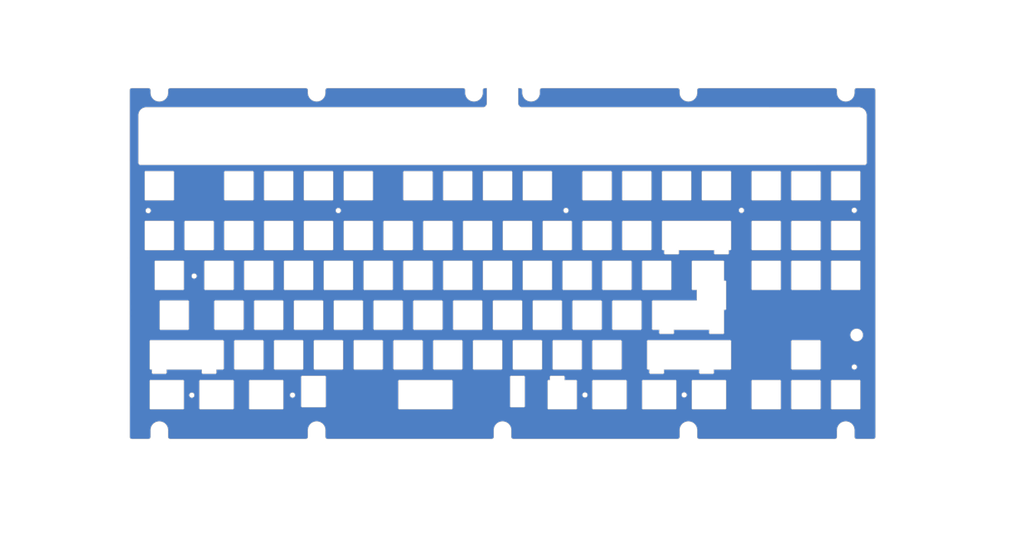
<source format=kicad_pcb>
(kicad_pcb (version 20221018) (generator pcbnew)
  (layers (0 "F.Cu" signal) (31 "B.Cu" signal) (34 "B.Paste" user) (35 "F.Paste" user) (36 "B.SilkS" user "B.Silkscreen") (37 "F.SilkS" user "F.Silkscreen") (38 "B.Mask" user) (39 "F.Mask" user) (44 "Edge.Cuts" user))
  (net 0 "")
  (gr_arc (start 38.342908 -85.990344) (mid 37.989328 -86.13678) (end 37.842908 -86.490344) (stroke (width 0.2)) (layer "Edge.Cuts"))
  (gr_arc (start 278.765731 -34.693529) (mid 278.472889 -33.986334) (end 277.765725 -33.693366) (stroke (width 0.2)) (layer "Edge.Cuts"))
  (gr_arc (start -10.069592 -105.540344) (mid -10.216046 -105.186797) (end -10.569592 -105.040344) (stroke (width 0.2)) (layer "Edge.Cuts"))
  (gr_line (start 251.367908 -47.890344) (end 238.367908 -47.890344) (stroke (width 0.2)) (layer "Edge.Cuts"))
  (gr_line (start 209.792908 -61.890344) (end 225.174158 -61.890344) (stroke (width 0.2)) (layer "Edge.Cuts"))
  (gr_line (start -14.544592 -124.590344) (end -14.544592 -137.590344) (stroke (width 0.2)) (layer "Edge.Cuts"))
  (gr_arc (start 46.580408 -119.040344) (mid 46.933935 -118.893886) (end 47.080408 -118.540344) (stroke (width 0.2)) (layer "Edge.Cuts"))
  (gr_line (start 270.417908 -124.090344) (end 257.417908 -124.090344) (stroke (width 0.2)) (layer "Edge.Cuts"))
  (gr_line (start 111.159279 -201.661015) (end 110.197352 -201.661021) (stroke (width 0.2)) (layer "Edge.Cuts"))
  (gr_arc (start 140.736658 -47.890344) (mid 140.383111 -48.036797) (end 140.236658 -48.390344) (stroke (width 0.2)) (layer "Edge.Cuts"))
  (gr_line (start -49.846459 -199.461326) (end -49.846655 -200.662209) (stroke (width 0.2)) (layer "Edge.Cuts"))
  (gr_arc (start 85.467908 -80.440344) (mid 85.614347 -80.793904) (end 85.967908 -80.940344) (stroke (width 0.2)) (layer "Edge.Cuts"))
  (gr_line (start 276.467908 -61.890344) (end 289.467908 -61.890344) (stroke (width 0.2)) (layer "Edge.Cuts"))
  (gr_arc (start 170.40556 -161.902854) (mid 170.759122 -161.756414) (end 170.90556 -161.402854) (stroke (width 0.2)) (layer "Edge.Cuts"))
  (gr_line (start 152.142908 -86.490344) (end 152.142908 -99.490344) (stroke (width 0.2)) (layer "Edge.Cuts"))
  (gr_arc (start 71.68056 -147.902854) (mid 71.327015 -148.049307) (end 71.18056 -148.402854) (stroke (width 0.2)) (layer "Edge.Cuts"))
  (gr_line (start -49.763342 -61.890344) (end -34.382092 -61.890344) (stroke (width 0.2)) (layer "Edge.Cuts"))
  (gr_arc (start 108.492908 -99.990344) (mid 108.846435 -99.843886) (end 108.992908 -99.490344) (stroke (width 0.2)) (layer "Edge.Cuts"))
  (gr_line (start 142.617908 -67.440344) (end 142.617908 -80.440344) (stroke (width 0.2)) (layer "Edge.Cuts"))
  (gr_line (start 289.46806 -147.902854) (end 276.46806 -147.902854) (stroke (width 0.2)) (layer "Edge.Cuts"))
  (gr_line (start -33.094592 -138.090344) (end -20.094592 -138.090344) (stroke (width 0.2)) (layer "Edge.Cuts"))
  (gr_line (start 60.867908 -66.940344) (end 47.867908 -66.940344) (stroke (width 0.2)) (layer "Edge.Cuts"))
  (gr_arc (start 52.130408 -118.540344) (mid 52.276847 -118.893904) (end 52.630408 -119.040344) (stroke (width 0.2)) (layer "Edge.Cuts"))
  (gr_arc (start -54.646674 -164.902875) (mid -55.353781 -165.195772) (end -55.646668 -165.902881) (stroke (width 0.2)) (layer "Edge.Cuts"))
  (gr_arc (start 56.60556 -148.402854) (mid 56.459107 -148.049318) (end 56.10556 -147.902854) (stroke (width 0.2)) (layer "Edge.Cuts"))
  (gr_line (start 133.092908 -86.490344) (end 133.092908 -99.490344) (stroke (width 0.2)) (layer "Edge.Cuts"))
  (gr_line (start 137.567908 -80.440344) (end 137.567908 -67.440344) (stroke (width 0.2)) (layer "Edge.Cuts"))
  (gr_arc (start 56.892908 -99.490344) (mid 57.039347 -99.843904) (end 57.392908 -99.990344) (stroke (width 0.2)) (layer "Edge.Cuts"))
  (gr_line (start 211.84321 -37.8945) (end 211.843731 -34.693616) (stroke (width 0.2)) (layer "Edge.Cuts"))
  (gr_line (start 185.980408 -119.040344) (end 198.980408 -119.040344) (stroke (width 0.2)) (layer "Edge.Cuts"))
  (gr_arc (start -5.307092 -86.490344) (mid -5.453546 -86.136797) (end -5.807092 -85.990344) (stroke (width 0.2)) (layer "Edge.Cuts"))
  (gr_line (start 33.874512 -37.895632) (end 33.875034 -34.694749) (stroke (width 0.2)) (layer "Edge.Cuts"))
  (gr_line (start 4.50556 -148.402854) (end 4.50556 -161.402854) (stroke (width 0.2)) (layer "Edge.Cuts"))
  (gr_arc (start 289.184188 -192.459877) (mid 291.858473 -191.352144) (end 292.966164 -188.677853) (stroke (width 0.2)) (layer "Edge.Cuts"))
  (gr_arc (start -40.446972 -33.695392) (mid -41.153979 -33.988248) (end -41.446966 -34.695229) (stroke (width 0.2)) (layer "Edge.Cuts"))
  (gr_arc (start 157.405408 -124.090344) (mid 157.051828 -124.23678) (end 156.905408 -124.590344) (stroke (width 0.2)) (layer "Edge.Cuts"))
  (gr_arc (start 177.549158 -61.890344) (mid 177.902717 -61.743904) (end 178.049158 -61.390344) (stroke (width 0.2)) (layer "Edge.Cuts"))
  (gr_line (start 151.855408 -137.590344) (end 151.855408 -124.590344) (stroke (width 0.2)) (layer "Edge.Cuts"))
  (gr_line (start 270.417908 -47.890344) (end 257.417908 -47.890344) (stroke (width 0.2)) (layer "Edge.Cuts"))
  (gr_arc (start -49.763342 -66.940344) (mid -50.116889 -67.086797) (end -50.263342 -67.440344) (stroke (width 0.2)) (layer "Edge.Cuts"))
  (gr_arc (start 123.280408 -105.540344) (mid 123.133954 -105.186797) (end 122.780408 -105.040344) (stroke (width 0.2)) (layer "Edge.Cuts"))
  (gr_arc (start 251.867908 -48.390344) (mid 251.721454 -48.036797) (end 251.367908 -47.890344) (stroke (width 0.2)) (layer "Edge.Cuts"))
  (gr_line (start -18.807092 -99.990344) (end -5.807092 -99.990344) (stroke (width 0.2)) (layer "Edge.Cuts"))
  (gr_line (start 104.230408 -118.540344) (end 104.230408 -105.540344) (stroke (width 0.2)) (layer "Edge.Cuts"))
  (gr_line (start 99.797352 -201.661087) (end 34.875352 -201.661501) (stroke (width 0.2)) (layer "Edge.Cuts"))
  (gr_line (start 85.967908 -80.940344) (end 98.967908 -80.940344) (stroke (width 0.2)) (layer "Edge.Cuts"))
  (gr_arc (start 76.442908 -85.990344) (mid 76.089328 -86.13678) (end 75.942908 -86.490344) (stroke (width 0.2)) (layer "Edge.Cuts"))
  (gr_line (start -23.569592 -119.040344) (end -10.569592 -119.040344) (stroke (width 0.2)) (layer "Edge.Cuts"))
  (gr_line (start 137.855408 -124.590344) (end 137.855408 -137.590344) (stroke (width 0.2)) (layer "Edge.Cuts"))
  (gr_line (start 176.45556 -161.902854) (end 189.45556 -161.902854) (stroke (width 0.2)) (layer "Edge.Cuts"))
  (gr_arc (start 175.95556 -161.402854) (mid 176.102 -161.756425) (end 176.45556 -161.902854) (stroke (width 0.2)) (layer "Edge.Cuts"))
  (gr_line (start 170.90556 -161.402854) (end 170.90556 -148.402854) (stroke (width 0.2)) (layer "Edge.Cuts"))
  (gr_arc (start 202.444049 -201.660434) (mid 203.151106 -201.367608) (end 203.444043 -200.660597) (stroke (width 0.2)) (layer "Edge.Cuts"))
  (gr_line (start 171.692908 -99.990344) (end 184.692908 -99.990344) (stroke (width 0.2)) (layer "Edge.Cuts"))
  (gr_line (start 71.68056 -161.902854) (end 84.68056 -161.902854) (stroke (width 0.2)) (layer "Edge.Cuts"))
  (gr_arc (start 43.105408 -124.090344) (mid 42.751828 -124.23678) (end 42.605408 -124.590344) (stroke (width 0.2)) (layer "Edge.Cuts"))
  (gr_arc (start 19.292908 -85.990344) (mid 18.939328 -86.13678) (end 18.792908 -86.490344) (stroke (width 0.2)) (layer "Edge.Cuts"))
  (gr_arc (start 198.980408 -119.040344) (mid 199.333935 -118.893886) (end 199.480408 -118.540344) (stroke (width 0.2)) (layer "Edge.Cuts"))
  (gr_line (start 8.980408 -118.540344) (end 8.980408 -105.540344) (stroke (width 0.2)) (layer "Edge.Cuts"))
  (gr_arc (start 270.417908 -80.940344) (mid 270.771435 -80.793886) (end 270.917908 -80.440344) (stroke (width 0.2)) (layer "Edge.Cuts"))
  (gr_line (start -49.176342 -66.940344) (end -49.763342 -66.940344) (stroke (width 0.2)) (layer "Edge.Cuts"))
  (gr_arc (start 81.205408 -124.090344) (mid 80.851828 -124.23678) (end 80.705408 -124.590344) (stroke (width 0.2)) (layer "Edge.Cuts"))
  (gr_line (start 188.361658 -80.940344) (end 227.555408 -80.940344) (stroke (width 0.2)) (layer "Edge.Cuts"))
  (gr_arc (start 23.55556 -161.402854) (mid 23.702 -161.756425) (end 24.05556 -161.902854) (stroke (width 0.2)) (layer "Edge.Cuts"))
  (gr_arc (start 123.859376 -33.694346) (mid 123.152322 -33.987182) (end 122.859383 -34.694183) (stroke (width 0.2)) (layer "Edge.Cuts"))
  (gr_arc (start 114.459382 -34.694575) (mid 114.16656 -33.987333) (end 113.459376 -33.694412) (stroke (width 0.2)) (layer "Edge.Cuts"))
  (gr_line (start -26.450842 -48.390344) (end -26.450842 -61.390344) (stroke (width 0.2)) (layer "Edge.Cuts"))
  (gr_line (start 127.122049 -201.660913) (end 126.159725 -201.66092) (stroke (width 0.2)) (layer "Edge.Cuts"))
  (gr_line (start 70.392908 -85.990344) (end 57.392908 -85.990344) (stroke (width 0.2)) (layer "Edge.Cuts"))
  (gr_line (start 122.799158 -63.890344) (end 128.799158 -63.890344) (stroke (width 0.2)) (layer "Edge.Cuts"))
  (gr_line (start 33.555408 -48.890344) (end 22.799158 -48.890344) (stroke (width 0.2)) (layer "Edge.Cuts"))
  (gr_line (start 175.667908 -80.440344) (end 175.667908 -67.440344) (stroke (width 0.2)) (layer "Edge.Cuts"))
  (gr_arc (start 289.467908 -119.040344) (mid 289.821435 -118.893886) (end 289.967908 -118.540344) (stroke (width 0.2)) (layer "Edge.Cuts"))
  (gr_arc (start 289.96806 -148.402854) (mid 289.821607 -148.049318) (end 289.46806 -147.902854) (stroke (width 0.2)) (layer "Edge.Cuts"))
  (gr_line (start 154.236658 -61.390344) (end 154.236658 -48.390344) (stroke (width 0.2)) (layer "Edge.Cuts"))
  (gr_circle (center 205.622351 -54.780604) (end 206.822351 -54.780604) (stroke (width 0.2)) (fill none) (layer "Edge.Cuts"))
  (gr_arc (start 257.417908 -105.040344) (mid 257.064328 -105.18678) (end 256.917908 -105.540344) (stroke (width 0.2)) (layer "Edge.Cuts"))
  (gr_circle (center -30.07762 -54.662882) (end -28.87762 -54.662882) (stroke (width 0.2)) (fill none) (layer "Edge.Cuts"))
  (gr_arc (start 156.617908 -67.440344) (mid 156.471454 -67.086797) (end 156.117908 -66.940344) (stroke (width 0.2)) (layer "Edge.Cuts"))
  (gr_line (start 289.967908 -61.390344) (end 289.967908 -48.390344) (stroke (width 0.2)) (layer "Edge.Cuts"))
  (gr_arc (start 287.166238 -199.460603) (mid 282.966965 -195.259912) (end 278.766238 -199.459234) (stroke (width 0.2)) (layer "Edge.Cuts"))
  (gr_arc (start 109.780408 -105.040344) (mid 109.426828 -105.18678) (end 109.280408 -105.540344) (stroke (width 0.2)) (layer "Edge.Cuts"))
  (gr_arc (start 178.049158 -48.390344) (mid 177.902701 -48.036815) (end 177.549158 -47.890344) (stroke (width 0.2)) (layer "Edge.Cuts"))
  (gr_line (start 8.480408 -105.040344) (end -4.519592 -105.040344) (stroke (width 0.2)) (layer "Edge.Cuts"))
  (gr_line (start -51.864499 -192.462048) (end 109.15922 -192.461023) (stroke (width 0.2)) (layer "Edge.Cuts"))
  (gr_line (start 37.842908 -86.490344) (end 37.842908 -99.490344) (stroke (width 0.2)) (layer "Edge.Cuts"))
  (gr_line (start 228.05556 -161.402854) (end 228.05556 -148.402854) (stroke (width 0.2)) (layer "Edge.Cuts"))
  (gr_line (start 188.948658 -65.440344) (end 188.948658 -66.940344) (stroke (width 0.2)) (layer "Edge.Cuts"))
  (gr_line (start 22.767908 -66.940344) (end 9.767908 -66.940344) (stroke (width 0.2)) (layer "Edge.Cuts"))
  (gr_arc (start -47.382092 -105.040344) (mid -47.735672 -105.18678) (end -47.882092 -105.540344) (stroke (width 0.2)) (layer "Edge.Cuts"))
  (gr_arc (start 147.880408 -105.040344) (mid 147.526828 -105.18678) (end 147.380408 -105.540344) (stroke (width 0.2)) (layer "Edge.Cuts"))
  (gr_arc (start 128.799158 -63.890344) (mid 129.152717 -63.743904) (end 129.299158 -63.390344) (stroke (width 0.2)) (layer "Edge.Cuts"))
  (gr_line (start 292.966164 -188.677853) (end 292.966019 -165.900663) (stroke (width 0.2)) (layer "Edge.Cuts"))
  (gr_arc (start 109.197346 -200.660858) (mid 109.490165 -201.368116) (end 110.197352 -201.661021) (stroke (width 0.2)) (layer "Edge.Cuts"))
  (gr_arc (start 109.28056 -161.402854) (mid 109.427 -161.756425) (end 109.78056 -161.902854) (stroke (width 0.2)) (layer "Edge.Cuts"))
  (gr_line (start 127.542908 -85.990344) (end 114.542908 -85.990344) (stroke (width 0.2)) (layer "Edge.Cuts"))
  (gr_arc (start -26.450842 -61.390344) (mid -26.304406 -61.743922) (end -25.950842 -61.890344) (stroke (width 0.2)) (layer "Edge.Cuts"))
  (gr_arc (start 276.46806 -147.902854) (mid 276.114515 -148.049307) (end 275.96806 -148.402854) (stroke (width 0.2)) (layer "Edge.Cuts"))
  (gr_arc (start 56.10556 -161.902854) (mid 56.459122 -161.756414) (end 56.60556 -161.402854) (stroke (width 0.2)) (layer "Edge.Cuts"))
  (gr_arc (start -10.569592 -119.040344) (mid -10.216065 -118.893886) (end -10.069592 -118.540344) (stroke (width 0.2)) (layer "Edge.Cuts"))
  (gr_arc (start 140.236658 -61.390344) (mid 140.383094 -61.743922) (end 140.736658 -61.890344) (stroke (width 0.2)) (layer "Edge.Cuts"))
  (gr_arc (start 85.180408 -105.540344) (mid 85.033954 -105.186797) (end 84.680408 -105.040344) (stroke (width 0.2)) (layer "Edge.Cuts"))
  (gr_line (start 99.755408 -124.590344) (end 99.755408 -137.590344) (stroke (width 0.2)) (layer "Edge.Cuts"))
  (gr_line (start 141.855408 -63.890344) (end 147.855408 -63.890344) (stroke (width 0.2)) (layer "Edge.Cuts"))
  (gr_arc (start 137.567908 -67.440344) (mid 137.421454 -67.086797) (end 137.067908 -66.940344) (stroke (width 0.2)) (layer "Edge.Cuts"))
  (gr_arc (start 99.755408 -137.590344) (mid 99.901847 -137.943904) (end 100.255408 -138.090344) (stroke (width 0.2)) (layer "Edge.Cuts"))
  (gr_arc (start -55.646523 -188.680072) (mid -54.538784 -191.354345) (end -51.864499 -192.462048) (stroke (width 0.2)) (layer "Edge.Cuts"))
  (gr_arc (start 37.555408 -124.590344) (mid 37.408954 -124.236797) (end 37.055408 -124.090344) (stroke (width 0.2)) (layer "Edge.Cuts"))
  (gr_arc (start 196.592408 -122.090344) (mid 196.238828 -122.23678) (end 196.092408 -122.590344) (stroke (width 0.2)) (layer "Edge.Cuts"))
  (gr_arc (start 257.41806 -147.902854) (mid 257.064515 -148.049307) (end 256.91806 -148.402854) (stroke (width 0.2)) (layer "Edge.Cuts"))
  (gr_line (start 276.46806 -161.902854) (end 289.46806 -161.902854) (stroke (width 0.2)) (layer "Edge.Cuts"))
  (gr_arc (start 147.092908 -86.490344) (mid 146.946454 -86.136797) (end 146.592908 -85.990344) (stroke (width 0.2)) (layer "Edge.Cuts"))
  (gr_line (start 122.299158 -49.390344) (end 122.299158 -63.390344) (stroke (width 0.2)) (layer "Edge.Cuts"))
  (gr_line (start -18.300342 -66.940344) (end -18.300342 -65.440344) (stroke (width 0.2)) (layer "Edge.Cuts"))
  (gr_arc (start 118.517908 -67.440344) (mid 118.371454 -67.086797) (end 118.017908 -66.940344) (stroke (width 0.2)) (layer "Edge.Cuts"))
  (gr_line (start 238.367908 -138.090344) (end 251.367908 -138.090344) (stroke (width 0.2)) (layer "Edge.Cuts"))
  (gr_arc (start 185.480408 -61.390344) (mid 185.626847 -61.743904) (end 185.980408 -61.890344) (stroke (width 0.2)) (layer "Edge.Cuts"))
  (gr_line (start 37.05556 -147.902854) (end 24.05556 -147.902854) (stroke (width 0.2)) (layer "Edge.Cuts"))
  (gr_line (start -49.176342 -65.440344) (end -49.176342 -66.940344) (stroke (width 0.2)) (layer "Edge.Cuts"))
  (gr_arc (start 238.367908 -47.890344) (mid 238.014328 -48.03678) (end 237.867908 -48.390344) (stroke (width 0.2)) (layer "Edge.Cuts"))
  (gr_arc (start 32.292908 -99.990344) (mid 32.646435 -99.843886) (end 32.792908 -99.490344) (stroke (width 0.2)) (layer "Edge.Cuts"))
  (gr_arc (start 66.417908 -80.440344) (mid 66.564347 -80.793904) (end 66.917908 -80.940344) (stroke (width 0.2)) (layer "Edge.Cuts"))
  (gr_line (start 3.717908 -66.940344) (end -9.282092 -66.940344) (stroke (width 0.2)) (layer "Edge.Cuts"))
  (gr_arc (start 256.917908 -61.390344) (mid 257.064347 -61.743904) (end 257.417908 -61.890344) (stroke (width 0.2)) (layer "Edge.Cuts"))
  (gr_arc (start 51.342908 -99.990344) (mid 51.696435 -99.843886) (end 51.842908 -99.490344) (stroke (width 0.2)) (layer "Edge.Cuts"))
  (gr_arc (start 189.95556 -148.402854) (mid 189.809107 -148.049318) (end 189.45556 -147.902854) (stroke (width 0.2)) (layer "Edge.Cuts"))
  (gr_arc (start 187.861658 -80.440344) (mid 188.008094 -80.793922) (end 188.361658 -80.940344) (stroke (width 0.2)) (layer "Edge.Cuts"))
  (gr_line (start -10.569592 -47.890344) (end -25.950842 -47.890344) (stroke (width 0.2)) (layer "Edge.Cuts"))
  (gr_line (start 103.730408 -105.040344) (end 90.730408 -105.040344) (stroke (width 0.2)) (layer "Edge.Cuts"))
  (gr_line (start 41.817908 -66.940344) (end 28.817908 -66.940344) (stroke (width 0.2)) (layer "Edge.Cuts"))
  (gr_line (start 156.117908 -66.940344) (end 143.117908 -66.940344) (stroke (width 0.2)) (layer "Edge.Cuts"))
  (gr_line (start 251.36806 -147.902854) (end 238.36806 -147.902854) (stroke (width 0.2)) (layer "Edge.Cuts"))
  (gr_line (start 214.55556 -161.902854) (end 227.55556 -161.902854) (stroke (width 0.2)) (layer "Edge.Cuts"))
  (gr_arc (start -48.676342 -64.940344) (mid -49.029889 -65.086797) (end -49.176342 -65.440344) (stroke (width 0.2)) (layer "Edge.Cuts"))
  (gr_line (start -38.644592 -137.590344) (end -38.644592 -124.590344) (stroke (width 0.2)) (layer "Edge.Cuts"))
  (gr_arc (start 276.467908 -47.890344) (mid 276.114328 -48.03678) (end 275.967908 -48.390344) (stroke (width 0.2)) (layer "Edge.Cuts"))
  (gr_arc (start 199.480408 -105.540344) (mid 199.333954 -105.186797) (end 198.980408 -105.040344) (stroke (width 0.2)) (layer "Edge.Cuts"))
  (gr_arc (start -52.144592 -124.090344) (mid -52.498172 -124.23678) (end -52.644592 -124.590344) (stroke (width 0.2)) (layer "Edge.Cuts"))
  (gr_arc (start -5.019592 -118.540344) (mid -4.873153 -118.893904) (end -4.519592 -119.040344) (stroke (width 0.2)) (layer "Edge.Cuts"))
  (gr_line (start 178.049158 -61.390344) (end 178.049158 -48.390344) (stroke (width 0.2)) (layer "Edge.Cuts"))
  (gr_line (start 75.942908 -86.490344) (end 75.942908 -99.490344) (stroke (width 0.2)) (layer "Edge.Cuts"))
  (gr_line (start 209.00556 -161.402854) (end 209.00556 -148.402854) (stroke (width 0.2)) (layer "Edge.Cuts"))
  (gr_line (start 161.667908 -67.440344) (end 161.667908 -80.440344) (stroke (width 0.2)) (layer "Edge.Cuts"))
  (gr_line (start 23.555408 -124.590344) (end 23.555408 -137.590344) (stroke (width 0.2)) (layer "Edge.Cuts"))
  (gr_arc (start 37.842908 -99.490344) (mid 37.989347 -99.843904) (end 38.342908 -99.990344) (stroke (width 0.2)) (layer "Edge.Cuts"))
  (gr_arc (start 162.167908 -66.940344) (mid 161.814328 -67.08678) (end 161.667908 -67.440344) (stroke (width 0.2)) (layer "Edge.Cuts"))
  (gr_arc (start 3.717908 -80.940344) (mid 4.071435 -80.793886) (end 4.217908 -80.440344) (stroke (width 0.2)) (layer "Edge.Cuts"))
  (gr_arc (start 228.055408 -124.590344) (mid 227.908954 -124.236797) (end 227.555408 -124.090344) (stroke (width 0.2)) (layer "Edge.Cuts"))
  (gr_arc (start 225.674158 -48.390344) (mid 225.527701 -48.036815) (end 225.174158 -47.890344) (stroke (width 0.2)) (layer "Edge.Cuts"))
  (gr_line (start 194.211158 -83.990344) (end 200.211158 -83.990344) (stroke (width 0.2)) (layer "Edge.Cuts"))
  (gr_line (start -9.282092 -80.940344) (end 3.717908 -80.940344) (stroke (width 0.2)) (layer "Edge.Cuts"))
  (gr_arc (start 128.83056 -147.902854) (mid 128.477015 -148.049307) (end 128.33056 -148.402854) (stroke (width 0.2)) (layer "Edge.Cuts"))
  (gr_arc (start 18.50556 -148.402854) (mid 18.359107 -148.049318) (end 18.00556 -147.902854) (stroke (width 0.2)) (layer "Edge.Cuts"))
  (gr_arc (start -0.54444 -148.402854) (mid -0.690893 -148.049318) (end -1.04444 -147.902854) (stroke (width 0.2)) (layer "Edge.Cuts"))
  (gr_arc (start 296.180006 -201.659837) (mid 296.887028 -201.366991) (end 297.18 -200.66) (stroke (width 0.2)) (layer "Edge.Cuts"))
  (gr_arc (start 85.18056 -148.402854) (mid 85.034107 -148.049318) (end 84.68056 -147.902854) (stroke (width 0.2)) (layer "Edge.Cuts"))
  (gr_line (start -2.638342 -48.390344) (end -2.638342 -61.390344) (stroke (width 0.2)) (layer "Edge.Cuts"))
  (gr_arc (start 289.967908 -105.540344) (mid 289.821454 -105.186797) (end 289.467908 -105.040344) (stroke (width 0.2)) (layer "Edge.Cuts"))
  (gr_line (start 108.992908 -99.490344) (end 108.992908 -86.490344) (stroke (width 0.2)) (layer "Edge.Cuts"))
  (gr_line (start -33.594592 -124.590344) (end -33.594592 -137.590344) (stroke (width 0.2)) (layer "Edge.Cuts"))
  (gr_arc (start 70.392908 -99.990344) (mid 70.746435 -99.843886) (end 70.892908 -99.490344) (stroke (width 0.2)) (layer "Edge.Cuts"))
  (gr_arc (start -39.144592 -138.090344) (mid -38.791065 -137.943886) (end -38.644592 -137.590344) (stroke (width 0.2)) (layer "Edge.Cuts"))
  (gr_arc (start 25.474512 -37.894263) (mid 29.673827 -42.094948) (end 33.874512 -37.895632) (stroke (width 0.2)) (layer "Edge.Cuts"))
  (gr_arc (start 52.630408 -105.040344) (mid 52.276828 -105.18678) (end 52.130408 -105.540344) (stroke (width 0.2)) (layer "Edge.Cuts"))
  (gr_arc (start 47.867908 -66.940344) (mid 47.514328 -67.08678) (end 47.367908 -67.440344) (stroke (width 0.2)) (layer "Edge.Cuts"))
  (gr_line (start 287.166043 -200.659725) (end 287.166238 -199.460603) (stroke (width 0.2)) (layer "Edge.Cuts"))
  (gr_line (start 193.711158 -85.990344) (end 193.711158 -84.490344) (stroke (width 0.2)) (layer "Edge.Cuts"))
  (gr_line (start -42.176342 -66.940344) (end -42.176342 -65.440344) (stroke (width 0.2)) (layer "Edge.Cuts"))
  (gr_line (start 42.60556 -148.402854) (end 42.60556 -161.402854) (stroke (width 0.2)) (layer "Edge.Cuts"))
  (gr_line (start -50.263342 -48.390344) (end -50.263342 -61.390344) (stroke (width 0.2)) (layer "Edge.Cuts"))
  (gr_arc (start 111.159233 -194.46101) (mid 110.573418 -193.046847) (end 109.15922 -192.461023) (stroke (width 0.2)) (layer "Edge.Cuts"))
  (gr_line (start 123.859376 -33.694346) (end 202.443725 -33.693845) (stroke (width 0.2)) (layer "Edge.Cuts"))
  (gr_line (start 32.292908 -85.990344) (end 19.292908 -85.990344) (stroke (width 0.2)) (layer "Edge.Cuts"))
  (gr_line (start 18.50556 -161.402854) (end 18.50556 -148.402854) (stroke (width 0.2)) (layer "Edge.Cuts"))
  (gr_line (start -45.000842 -99.990344) (end -32.000842 -99.990344) (stroke (width 0.2)) (layer "Edge.Cuts"))
  (gr_arc (start -45.000842 -85.990344) (mid -45.354389 -86.136797) (end -45.500842 -86.490344) (stroke (width 0.2)) (layer "Edge.Cuts"))
  (gr_line (start 166.142908 -99.490344) (end 166.142908 -86.490344) (stroke (width 0.2)) (layer "Edge.Cuts"))
  (gr_arc (start 90.23056 -161.402854) (mid 90.377 -161.756425) (end 90.73056 -161.902854) (stroke (width 0.2)) (layer "Edge.Cuts"))
  (gr_line (start 224.674158 -84.490344) (end 224.674158 -95.515344) (stroke (width 0.2)) (layer "Edge.Cuts"))
  (gr_line (start 99.467908 -80.440344) (end 99.467908 -67.440344) (stroke (width 0.2)) (layer "Edge.Cuts"))
  (gr_arc (start 8.480408 -119.040344) (mid 8.833935 -118.893886) (end 8.980408 -118.540344) (stroke (width 0.2)) (layer "Edge.Cuts"))
  (gr_arc (start 79.917908 -80.940344) (mid 80.271435 -80.793886) (end 80.417908 -80.440344) (stroke (width 0.2)) (layer "Edge.Cuts"))
  (gr_arc (start 151.855408 -124.590344) (mid 151.708954 -124.236797) (end 151.355408 -124.090344) (stroke (width 0.2)) (layer "Edge.Cuts"))
  (gr_line (start 70.892908 -99.490344) (end 70.892908 -86.490344) (stroke (width 0.2)) (layer "Edge.Cuts"))
  (gr_arc (start 13.742908 -48.390344) (mid 13.596454 -48.036797) (end 13.242908 -47.890344) (stroke (width 0.2)) (layer "Edge.Cuts"))
  (gr_arc (start 175.667908 -67.440344) (mid 175.521454 -67.086797) (end 175.167908 -66.940344) (stroke (width 0.2)) (layer "Edge.Cuts"))
  (gr_line (start -45.500842 -86.490344) (end -45.500842 -99.490344) (stroke (width 0.2)) (layer "Edge.Cuts"))
  (gr_circle (center -28.975844 -111.682566) (end -27.775844 -111.682566) (stroke (width 0.2)) (fill none) (layer "Edge.Cuts"))
  (gr_line (start 160.880408 -105.040344) (end 147.880408 -105.040344) (stroke (width 0.2)) (layer "Edge.Cuts"))
  (gr_line (start 257.417908 -61.890344) (end 270.417908 -61.890344) (stroke (width 0.2)) (layer "Edge.Cuts"))
  (gr_line (start 51.342908 -85.990344) (end 38.342908 -85.990344) (stroke (width 0.2)) (layer "Edge.Cuts"))
  (gr_line (start 142.33056 -161.402854) (end 142.33056 -148.402854) (stroke (width 0.2)) (layer "Edge.Cuts"))
  (gr_line (start 71.18056 -148.402854) (end 71.18056 -161.402854) (stroke (width 0.2)) (layer "Edge.Cuts"))
  (gr_arc (start 156.117908 -80.940344) (mid 156.471435 -80.793886) (end 156.617908 -80.440344) (stroke (width 0.2)) (layer "Edge.Cuts"))
  (gr_arc (start 75.942908 -99.490344) (mid 76.089347 -99.843904) (end 76.442908 -99.990344) (stroke (width 0.2)) (layer "Edge.Cuts"))
  (gr_line (start -41.447488 -37.896112) (end -41.446966 -34.695229) (stroke (width 0.2)) (layer "Edge.Cuts"))
  (gr_arc (start 13.242908 -99.990344) (mid 13.596435 -99.843886) (end 13.742908 -99.490344) (stroke (width 0.2)) (layer "Edge.Cuts"))
  (gr_arc (start 37.055408 -138.090344) (mid 37.408935 -137.943886) (end 37.555408 -137.590344) (stroke (width 0.2)) (layer "Edge.Cuts"))
  (gr_line (start 156.905408 -124.590344) (end 156.905408 -137.590344) (stroke (width 0.2)) (layer "Edge.Cuts"))
  (gr_line (start 34.055408 -63.390344) (end 34.055408 -49.390344) (stroke (width 0.2)) (layer "Edge.Cuts"))
  (gr_arc (start 129.299158 -49.390344) (mid 129.152701 -49.036815) (end 128.799158 -48.890344) (stroke (width 0.2)) (layer "Edge.Cuts"))
  (gr_line (start 219.324658 -64.940344) (end 213.324658 -64.940344) (stroke (width 0.2)) (layer "Edge.Cuts"))
  (gr_line (start 237.867908 -48.390344) (end 237.867908 -61.390344) (stroke (width 0.2)) (layer "Edge.Cuts"))
  (gr_line (start -19.307092 -86.490344) (end -19.307092 -99.490344) (stroke (width 0.2)) (layer "Edge.Cuts"))
  (gr_arc (start 251.367908 -61.890344) (mid 251.721435 -61.743886) (end 251.867908 -61.390344) (stroke (width 0.2)) (layer "Edge.Cuts"))
  (gr_line (start 147.380408 -105.540344) (end 147.380408 -118.540344) (stroke (width 0.2)) (layer "Edge.Cuts"))
  (gr_arc (start 156.905408 -137.590344) (mid 157.051847 -137.943904) (end 157.405408 -138.090344) (stroke (width 0.2)) (layer "Edge.Cuts"))
  (gr_line (start 278.765731 -34.693529) (end 278.76521 -37.892651) (stroke (width 0.2)) (layer "Edge.Cuts"))
  (gr_line (start 277.766049 -201.659954) (end 212.844049 -201.660368) (stroke (width 0.2)) (layer "Edge.Cuts"))
  (gr_arc (start 141.830408 -119.040344) (mid 142.183935 -118.893886) (end 142.330408 -118.540344) (stroke (width 0.2)) (layer "Edge.Cuts"))
  (gr_arc (start 194.211158 -83.990344) (mid 193.857611 -84.136797) (end 193.711158 -84.490344) (stroke (width 0.2)) (layer "Edge.Cuts"))
  (gr_line (start 52.630408 -119.040344) (end 65.630408 -119.040344) (stroke (width 0.2)) (layer "Edge.Cuts"))
  (gr_arc (start 70.892908 -86.490344) (mid 70.746454 -86.136797) (end 70.392908 -85.990344) (stroke (width 0.2)) (layer "Edge.Cuts"))
  (gr_line (start 84.68056 -147.902854) (end 71.68056 -147.902854) (stroke (width 0.2)) (layer "Edge.Cuts"))
  (gr_line (start 19.292908 -99.990344) (end 32.292908 -99.990344) (stroke (width 0.2)) (layer "Edge.Cuts"))
  (gr_arc (start 119.305408 -124.090344) (mid 118.951828 -124.23678) (end 118.805408 -124.590344) (stroke (width 0.2)) (layer "Edge.Cuts"))
  (gr_line (start 225.174158 -109.515344) (end 224.674158 -109.515344) (stroke (width 0.2)) (layer "Edge.Cuts"))
  (gr_arc (start 18.005408 -138.090344) (mid 18.358935 -137.943886) (end 18.505408 -137.590344) (stroke (width 0.2)) (layer "Edge.Cuts"))
  (gr_arc (start 214.55556 -147.902854) (mid 214.202015 -148.049307) (end 214.05556 -148.402854) (stroke (width 0.2)) (layer "Edge.Cuts"))
  (gr_arc (start 153.736658 -61.890344) (mid 154.090217 -61.743904) (end 154.236658 -61.390344) (stroke (width 0.2)) (layer "Edge.Cuts"))
  (gr_line (start 289.467908 -105.040344) (end 276.467908 -105.040344) (stroke (width 0.2)) (layer "Edge.Cuts"))
  (gr_arc (start 251.867908 -124.590344) (mid 251.721454 -124.236797) (end 251.367908 -124.090344) (stroke (width 0.2)) (layer "Edge.Cuts"))
  (gr_arc (start 90.73056 -147.902854) (mid 90.377015 -148.049307) (end 90.23056 -148.402854) (stroke (width 0.2)) (layer "Edge.Cuts"))
  (gr_line (start 238.367908 -61.890344) (end 251.367908 -61.890344) (stroke (width 0.2)) (layer "Edge.Cuts"))
  (gr_line (start 109.28056 -148.402854) (end 109.28056 -161.402854) (stroke (width 0.2)) (layer "Edge.Cuts"))
  (gr_arc (start 4.50556 -161.402854) (mid 4.652 -161.756425) (end 5.00556 -161.902854) (stroke (width 0.2)) (layer "Edge.Cuts"))
  (gr_arc (start 160.880408 -119.040344) (mid 161.233935 -118.893886) (end 161.380408 -118.540344) (stroke (width 0.2)) (layer "Edge.Cuts"))
  (gr_arc (start -20.094592 -138.090344) (mid -19.741065 -137.943886) (end -19.594592 -137.590344) (stroke (width 0.2)) (layer "Edge.Cuts"))
  (gr_arc (start -58.815406 -33.695508) (mid -59.52245 -33.988342) (end -59.8154 -34.695346) (stroke (width 0.2)) (layer "Edge.Cuts"))
  (gr_line (start 257.417908 -138.090344) (end 270.417908 -138.090344) (stroke (width 0.2)) (layer "Edge.Cuts"))
  (gr_line (start 89.942908 -99.490344) (end 89.942908 -86.490344) (stroke (width 0.2)) (layer "Edge.Cuts"))
  (gr_line (start 14.030408 -105.540344) (end 14.030408 -118.540344) (stroke (width 0.2)) (layer "Edge.Cuts"))
  (gr_line (start 33.080408 -105.540344) (end 33.080408 -118.540344) (stroke (width 0.2)) (layer "Edge.Cuts"))
  (gr_arc (start 104.517908 -80.440344) (mid 104.664347 -80.793904) (end 105.017908 -80.940344) (stroke (width 0.2)) (layer "Edge.Cuts"))
  (gr_line (start -31.500842 -99.490344) (end -31.500842 -86.490344) (stroke (width 0.2)) (layer "Edge.Cuts"))
  (gr_arc (start 195.00556 -161.402854) (mid 195.152 -161.756425) (end 195.50556 -161.902854) (stroke (width 0.2)) (layer "Edge.Cuts"))
  (gr_line (start 23.267908 -80.440344) (end 23.267908 -67.440344) (stroke (width 0.2)) (layer "Edge.Cuts"))
  (gr_circle (center 233.036898 -143.138194) (end 234.236898 -143.138194) (stroke (width 0.2)) (fill none) (layer "Edge.Cuts"))
  (gr_line (start 62.155408 -138.090344) (end 75.155408 -138.090344) (stroke (width 0.2)) (layer "Edge.Cuts"))
  (gr_arc (start 237.867908 -137.590344) (mid 238.014347 -137.943904) (end 238.367908 -138.090344) (stroke (width 0.2)) (layer "Edge.Cuts"))
  (gr_arc (start 94.205408 -61.890344) (mid 94.558935 -61.743886) (end 94.705408 -61.390344) (stroke (width 0.2)) (layer "Edge.Cuts"))
  (gr_arc (start 270.417908 -119.040344) (mid 270.771435 -118.893886) (end 270.917908 -118.540344) (stroke (width 0.2)) (layer "Edge.Cuts"))
  (gr_arc (start -24.069592 -118.540344) (mid -23.923153 -118.893904) (end -23.569592 -119.040344) (stroke (width 0.2)) (layer "Edge.Cuts"))
  (gr_line (start 13.742908 -61.390344) (end 13.742908 -48.390344) (stroke (width 0.2)) (layer "Edge.Cuts"))
  (gr_arc (start 132.805408 -124.590344) (mid 132.658954 -124.236797) (end 132.305408 -124.090344) (stroke (width 0.2)) (layer "Edge.Cuts"))
  (gr_arc (start 90.730408 -105.040344) (mid 90.376828 -105.18678) (end 90.230408 -105.540344) (stroke (width 0.2)) (layer "Edge.Cuts"))
  (gr_arc (start 238.367908 -105.040344) (mid 238.014328 -105.18678) (end 237.867908 -105.540344) (stroke (width 0.2)) (layer "Edge.Cuts"))
  (gr_arc (start 98.967908 -80.940344) (mid 99.321435 -80.793886) (end 99.467908 -80.440344) (stroke (width 0.2)) (layer "Edge.Cuts"))
  (gr_line (start 209.792908 -105.040344) (end 211.674158 -105.040344) (stroke (width 0.2)) (layer "Edge.Cuts"))
  (gr_line (start 288.165725 -33.6933) (end 296.207041 -33.693248) (stroke (width 0.2)) (layer "Edge.Cuts"))
  (gr_line (start 18.792908 -86.490344) (end 18.792908 -99.490344) (stroke (width 0.2)) (layer "Edge.Cuts"))
  (gr_arc (start 27.530408 -119.040344) (mid 27.883935 -118.893886) (end 28.030408 -118.540344) (stroke (width 0.2)) (layer "Edge.Cuts"))
  (gr_arc (start 157.40556 -147.902854) (mid 157.052015 -148.049307) (end 156.90556 -148.402854) (stroke (width 0.2)) (layer "Edge.Cuts"))
  (gr_arc (start 118.805408 -137.590344) (mid 118.951847 -137.943904) (end 119.305408 -138.090344) (stroke (width 0.2)) (layer "Edge.Cuts"))
  (gr_line (start 188.948658 -66.940344) (end 188.361658 -66.940344) (stroke (width 0.2)) (layer "Edge.Cuts"))
  (gr_arc (start 137.855408 -137.590344) (mid 138.001847 -137.943904) (end 138.355408 -138.090344) (stroke (width 0.2)) (layer "Edge.Cuts"))
  (gr_line (start -39.14444 -147.902854) (end -52.14444 -147.902854) (stroke (width 0.2)) (layer "Edge.Cuts"))
  (gr_arc (start 47.080408 -105.540344) (mid 46.933954 -105.186797) (end 46.580408 -105.040344) (stroke (width 0.2)) (layer "Edge.Cuts"))
  (gr_line (start 141.83056 -147.902854) (end 128.83056 -147.902854) (stroke (width 0.2)) (layer "Edge.Cuts"))
  (gr_arc (start 37.05556 -161.902854) (mid 37.409122 -161.756414) (end 37.55556 -161.402854) (stroke (width 0.2)) (layer "Edge.Cuts"))
  (gr_arc (start -18.807092 -85.990344) (mid -19.160672 -86.13678) (end -19.307092 -86.490344) (stroke (width 0.2)) (layer "Edge.Cuts"))
  (gr_arc (start 226.968408 -122.590344) (mid 226.821954 -122.236797) (end 226.468408 -122.090344) (stroke (width 0.2)) (layer "Edge.Cuts"))
  (gr_arc (start 94.205408 -138.090344) (mid 94.558935 -137.943886) (end 94.705408 -137.590344) (stroke (width 0.2)) (layer "Edge.Cuts"))
  (gr_arc (start 127.542908 -99.990344) (mid 127.896435 -99.843886) (end 128.042908 -99.490344) (stroke (width 0.2)) (layer "Edge.Cuts"))
  (gr_line (start -2.138342 -61.890344) (end 13.242908 -61.890344) (stroke (width 0.2)) (layer "Edge.Cuts"))
  (gr_arc (start 122.799158 -48.890344) (mid 122.445611 -49.036797) (end 122.299158 -49.390344) (stroke (width 0.2)) (layer "Edge.Cuts"))
  (gr_line (start 211.674158 -105.040344) (end 211.674158 -99.990344) (stroke (width 0.2)) (layer "Edge.Cuts"))
  (gr_line (start 114.042908 -86.490344) (end 114.042908 -99.490344) (stroke (width 0.2)) (layer "Edge.Cuts"))
  (gr_circle (center 158.122357 -54.75688) (end 159.322357 -54.75688) (stroke (width 0.2)) (fill none) (layer "Edge.Cuts"))
  (gr_line (start 209.292908 -48.390344) (end 209.292908 -61.390344) (stroke (width 0.2)) (layer "Edge.Cuts"))
  (gr_arc (start 251.86806 -148.402854) (mid 251.721607 -148.049318) (end 251.36806 -147.902854) (stroke (width 0.2)) (layer "Edge.Cuts"))
  (gr_line (start -42.676342 -64.940344) (end -48.676342 -64.940344) (stroke (width 0.2)) (layer "Edge.Cuts"))
  (gr_arc (start -15.996229 -80.940344) (mid -15.811648 -80.957527) (end -15.627068 -80.940344) (stroke (width 0.2)) (layer "Edge.Cuts"))
  (gr_arc (start -41.446654 -200.661817) (mid -41.153815 -201.369037) (end -40.446648 -201.66198) (stroke (width 0.2)) (layer "Edge.Cuts"))
  (gr_arc (start 94.705408 -124.590344) (mid 94.558954 -124.236797) (end 94.205408 -124.090344) (stroke (width 0.2)) (layer "Edge.Cuts"))
  (gr_line (start 196.092408 -122.590344) (end 196.092408 -124.090344) (stroke (width 0.2)) (layer "Edge.Cuts"))
  (gr_line (start -52.64444 -148.402854) (end -52.64444 -161.402854) (stroke (width 0.2)) (layer "Edge.Cuts"))
  (gr_line (start 227.55556 -147.902854) (end 214.55556 -147.902854) (stroke (width 0.2)) (layer "Edge.Cuts"))
  (gr_line (start 46.580408 -105.040344) (end 33.580408 -105.040344) (stroke (width 0.2)) (layer "Edge.Cuts"))
  (gr_line (start -15.332092 -66.940344) (end -18.300342 -66.940344) (stroke (width 0.2)) (layer "Edge.Cuts"))
  (gr_arc (start 141.83056 -161.902854) (mid 142.184122 -161.756414) (end 142.33056 -161.402854) (stroke (width 0.2)) (layer "Edge.Cuts"))
  (gr_arc (start 90.230408 -118.540344) (mid 90.376847 -118.893904) (end 90.730408 -119.040344) (stroke (width 0.2)) (layer "Edge.Cuts"))
  (gr_line (start -10.569592 -105.040344) (end -23.569592 -105.040344) (stroke (width 0.2)) (layer "Edge.Cuts"))
  (gr_line (start 25.475034 -34.695141) (end 25.474512 -37.894263) (stroke (width 0.2)) (layer "Edge.Cuts"))
  (gr_line (start 18.00556 -147.902854) (end 5.00556 -147.902854) (stroke (width 0.2)) (layer "Edge.Cuts"))
  (gr_line (start 90.230408 -105.540344) (end 90.230408 -118.540344) (stroke (width 0.2)) (layer "Edge.Cuts"))
  (gr_line (start 28.317908 -67.440344) (end 28.317908 -80.440344) (stroke (width 0.2)) (layer "Edge.Cuts"))
  (gr_line (start 18.005408 -124.090344) (end 5.005408 -124.090344) (stroke (width 0.2)) (layer "Edge.Cuts"))
  (gr_line (start 9.767908 -80.940344) (end 22.767908 -80.940344) (stroke (width 0.2)) (layer "Edge.Cuts"))
  (gr_line (start 165.642908 -85.990344) (end 152.642908 -85.990344) (stroke (width 0.2)) (layer "Edge.Cuts"))
  (gr_arc (start 22.767908 -80.940344) (mid 23.121435 -80.793886) (end 23.267908 -80.440344) (stroke (width 0.2)) (layer "Edge.Cuts"))
  (gr_arc (start 270.91806 -148.402854) (mid 270.771607 -148.049318) (end 270.41806 -147.902854) (stroke (width 0.2)) (layer "Edge.Cuts"))
  (gr_line (start 114.542908 -99.990344) (end 127.542908 -99.990344) (stroke (width 0.2)) (layer "Edge.Cuts"))
  (gr_arc (start 33.080408 -118.540344) (mid 33.226847 -118.893904) (end 33.580408 -119.040344) (stroke (width 0.2)) (layer "Edge.Cuts"))
  (gr_arc (start -1.04444 -161.902854) (mid -0.690878 -161.756414) (end -0.54444 -161.402854) (stroke (width 0.2)) (layer "Edge.Cuts"))
  (gr_arc (start 270.41806 -161.902854) (mid 270.771622 -161.756414) (end 270.91806 -161.402854) (stroke (width 0.2)) (layer "Edge.Cuts"))
  (gr_line (start 43.105408 -138.090344) (end 56.105408 -138.090344) (stroke (width 0.2)) (layer "Edge.Cuts"))
  (gr_line (start 270.417908 -66.940344) (end 257.417908 -66.940344) (stroke (width 0.2)) (layer "Edge.Cuts"))
  (gr_arc (start -31.500842 -86.490344) (mid -31.647299 -86.136815) (end -32.000842 -85.990344) (stroke (width 0.2)) (layer "Edge.Cuts"))
  (gr_line (start 166.430408 -105.540344) (end 166.430408 -118.540344) (stroke (width 0.2)) (layer "Edge.Cuts"))
  (gr_line (start -33.882092 -61.390344) (end -33.882092 -48.390344) (stroke (width 0.2)) (layer "Edge.Cuts"))
  (gr_line (start 89.442908 -85.990344) (end 76.442908 -85.990344) (stroke (width 0.2)) (layer "Edge.Cuts"))
  (gr_arc (start 146.592908 -99.990344) (mid 146.946435 -99.843886) (end 147.092908 -99.490344) (stroke (width 0.2)) (layer "Edge.Cuts"))
  (gr_line (start 113.255408 -124.090344) (end 100.255408 -124.090344) (stroke (width 0.2)) (layer "Edge.Cuts"))
  (gr_arc (start -38.64444 -148.402854) (mid -38.790893 -148.049318) (end -39.14444 -147.902854) (stroke (width 0.2)) (layer "Edge.Cuts"))
  (gr_line (start 211.844043 -200.660205) (end 211.844238 -199.461082) (stroke (width 0.2)) (layer "Edge.Cuts"))
  (gr_line (start -14.54444 -148.402854) (end -14.54444 -161.402854) (stroke (width 0.2)) (layer "Edge.Cuts"))
  (gr_line (start 80.705408 -124.590344) (end 80.705408 -137.590344) (stroke (width 0.2)) (layer "Edge.Cuts"))
  (gr_line (start 276.467908 -119.040344) (end 289.467908 -119.040344) (stroke (width 0.2)) (layer "Edge.Cuts"))
  (gr_arc (start 275.967908 -118.540344) (mid 276.114347 -118.893904) (end 276.467908 -119.040344) (stroke (width 0.2)) (layer "Edge.Cuts"))
  (gr_arc (start 225.174158 -109.515344) (mid 225.527717 -109.368904) (end 225.674158 -109.015344) (stroke (width 0.2)) (layer "Edge.Cuts"))
  (gr_arc (start 103.73056 -161.902854) (mid 104.084122 -161.756414) (end 104.23056 -161.402854) (stroke (width 0.2)) (layer "Edge.Cuts"))
  (gr_arc (start 237.867908 -61.390344) (mid 238.014347 -61.743904) (end 238.367908 -61.890344) (stroke (width 0.2)) (layer "Edge.Cuts"))
  (gr_arc (start 209.792908 -105.040344) (mid 209.439328 -105.18678) (end 209.292908 -105.540344) (stroke (width 0.2)) (layer "Edge.Cuts"))
  (gr_arc (start -39.14444 -161.902854) (mid -38.790878 -161.756414) (end -38.64444 -161.402854) (stroke (width 0.2)) (layer "Edge.Cuts"))
  (gr_line (start 9.267908 -67.440344) (end 9.267908 -80.440344) (stroke (width 0.2)) (layer "Edge.Cuts"))
  (gr_arc (start 227.555408 -80.940344) (mid 227.908935 -80.793886) (end 228.055408 -80.440344) (stroke (width 0.2)) (layer "Edge.Cuts"))
  (gr_line (start 203.444238 -199.459714) (end 203.444043 -200.660597) (stroke (width 0.2)) (layer "Edge.Cuts"))
  (gr_arc (start 185.192908 -86.490344) (mid 185.046454 -86.136797) (end 184.692908 -85.990344) (stroke (width 0.2)) (layer "Edge.Cuts"))
  (gr_arc (start 42.60556 -161.402854) (mid 42.752 -161.756425) (end 43.10556 -161.902854) (stroke (width 0.2)) (layer "Edge.Cuts"))
  (gr_line (start 189.955408 -137.590344) (end 189.955408 -124.590344) (stroke (width 0.2)) (layer "Edge.Cuts"))
  (gr_line (start 103.73056 -147.902854) (end 90.73056 -147.902854) (stroke (width 0.2)) (layer "Edge.Cuts"))
  (gr_arc (start 128.330408 -118.540344) (mid 128.476847 -118.893904) (end 128.830408 -119.040344) (stroke (width 0.2)) (layer "Edge.Cuts"))
  (gr_line (start 71.180408 -105.540344) (end 71.180408 -118.540344) (stroke (width 0.2)) (layer "Edge.Cuts"))
  (gr_line (start 81.205408 -138.090344) (end 94.205408 -138.090344) (stroke (width 0.2)) (layer "Edge.Cuts"))
  (gr_line (start 256.917908 -105.540344) (end 256.917908 -118.540344) (stroke (width 0.2)) (layer "Edge.Cuts"))
  (gr_arc (start -47.882092 -118.540344) (mid -47.735653 -118.893904) (end -47.382092 -119.040344) (stroke (width 0.2)) (layer "Edge.Cuts"))
  (gr_line (start -0.257092 -86.490344) (end -0.257092 -99.490344) (stroke (width 0.2)) (layer "Edge.Cuts"))
  (gr_line (start 33.580408 -119.040344) (end 46.580408 -119.040344) (stroke (width 0.2)) (layer "Edge.Cuts"))
  (gr_arc (start -25.950842 -47.890344) (mid -26.304389 -48.036797) (end -26.450842 -48.390344) (stroke (width 0.2)) (layer "Edge.Cuts"))
  (gr_arc (start -5.807092 -99.990344) (mid -5.453565 -99.843886) (end -5.307092 -99.490344) (stroke (width 0.2)) (layer "Edge.Cuts"))
  (gr_line (start 126.159725 -201.66092) (end 126.15968 -194.460914) (stroke (width 0.2)) (layer "Edge.Cuts"))
  (gr_line (start 133.592908 -99.990344) (end 146.592908 -99.990344) (stroke (width 0.2)) (layer "Edge.Cuts"))
  (gr_arc (start 56.105408 -138.090344) (mid 56.458935 -137.943886) (end 56.605408 -137.590344) (stroke (width 0.2)) (layer "Edge.Cuts"))
  (gr_arc (start 14.530408 -105.040344) (mid 14.176828 -105.18678) (end 14.030408 -105.540344) (stroke (width 0.2)) (layer "Edge.Cuts"))
  (gr_line (start 226.968408 -124.090344) (end 226.968408 -122.590344) (stroke (width 0.2)) (layer "Edge.Cuts"))
  (gr_arc (start 238.36806 -147.902854) (mid 238.014515 -148.049307) (end 237.86806 -148.402854) (stroke (width 0.2)) (layer "Edge.Cuts"))
  (gr_line (start 147.092908 -99.490344) (end 147.092908 -86.490344) (stroke (width 0.2)) (layer "Edge.Cuts"))
  (gr_arc (start 65.630408 -119.040344) (mid 65.983935 -118.893886) (end 66.130408 -118.540344) (stroke (width 0.2)) (layer "Edge.Cuts"))
  (gr_arc (start -14.044592 -124.090344) (mid -14.398172 -124.23678) (end -14.544592 -124.590344) (stroke (width 0.2)) (layer "Edge.Cuts"))
  (gr_line (start 296.180006 -201.659837) (end 288.166049 -201.659888) (stroke (width 0.2)) (layer "Edge.Cuts"))
  (gr_arc (start 227.555408 -138.090344) (mid 227.908935 -137.943886) (end 228.055408 -137.590344) (stroke (width 0.2)) (layer "Edge.Cuts"))
  (gr_circle (center 40.036922 -143.041799) (end 41.236922 -143.041799) (stroke (width 0.2)) (fill none) (layer "Edge.Cuts"))
  (gr_arc (start 151.355408 -138.090344) (mid 151.708935 -137.943886) (end 151.855408 -137.590344) (stroke (width 0.2)) (layer "Edge.Cuts"))
  (gr_arc (start 170.905408 -124.590344) (mid 170.758954 -124.236797) (end 170.405408 -124.090344) (stroke (width 0.2)) (layer "Edge.Cuts"))
  (gr_line (start 56.10556 -147.902854) (end 43.10556 -147.902854) (stroke (width 0.2)) (layer "Edge.Cuts"))
  (gr_line (start 51.842908 -99.490344) (end 51.842908 -86.490344) (stroke (width 0.2)) (layer "Edge.Cuts"))
  (gr_arc (start -2.138342 -47.890344) (mid -2.491889 -48.036797) (end -2.638342 -48.390344) (stroke (width 0.2)) (layer "Edge.Cuts"))
  (gr_arc (start 237.867908 -118.540344) (mid 238.014347 -118.893904) (end 238.367908 -119.040344) (stroke (width 0.2)) (layer "Edge.Cuts"))
  (gr_arc (start 170.90556 -148.402854) (mid 170.759107 -148.049318) (end 170.40556 -147.902854) (stroke (width 0.2)) (layer "Edge.Cuts"))
  (gr_line (start 109.197346 -200.660858) (end 109.197541 -199.461737) (stroke (width 0.2)) (layer "Edge.Cuts"))
  (gr_arc (start 176.45556 -147.902854) (mid 176.102015 -148.049307) (end 175.95556 -148.402854) (stroke (width 0.2)) (layer "Edge.Cuts"))
  (gr_line (start -19.594592 -137.590344) (end -19.594592 -124.590344) (stroke (width 0.2)) (layer "Edge.Cuts"))
  (gr_line (start 22.299158 -49.390344) (end 22.299158 -63.390344) (stroke (width 0.2)) (layer "Edge.Cuts"))
  (gr_line (start 251.867908 -137.590344) (end 251.867908 -124.590344) (stroke (width 0.2)) (layer "Edge.Cuts"))
  (gr_arc (start 41.817908 -80.940344) (mid 42.171435 -80.793886) (end 42.317908 -80.440344) (stroke (width 0.2)) (layer "Edge.Cuts"))
  (gr_arc (start 270.917908 -124.590344) (mid 270.771454 -124.236797) (end 270.417908 -124.090344) (stroke (width 0.2)) (layer "Edge.Cuts"))
  (gr_arc (start -41.446459 -199.462695) (mid -45.645774 -195.262009) (end -49.846459 -199.461326) (stroke (width 0.2)) (layer "Edge.Cuts"))
  (gr_arc (start -42.176342 -65.440344) (mid -42.322799 -65.086815) (end -42.676342 -64.940344) (stroke (width 0.2)) (layer "Edge.Cuts"))
  (gr_line (start 203.443731 -34.694008) (end 203.44321 -37.893131) (stroke (width 0.2)) (layer "Edge.Cuts"))
  (gr_arc (start 71.18056 -161.402854) (mid 71.327 -161.756425) (end 71.68056 -161.902854) (stroke (width 0.2)) (layer "Edge.Cuts"))
  (gr_line (start 270.917908 -118.540344) (end 270.917908 -105.540344) (stroke (width 0.2)) (layer "Edge.Cuts"))
  (gr_line (start -10.069592 -61.390344) (end -10.069592 -48.390344) (stroke (width 0.2)) (layer "Edge.Cuts"))
  (gr_arc (start -15.332092 -80.940344) (mid -14.978565 -80.793886) (end -14.832092 -80.440344) (stroke (width 0.2)) (layer "Edge.Cuts"))
  (gr_line (start 61.655408 -124.590344) (end 61.655408 -137.590344) (stroke (width 0.2)) (layer "Edge.Cuts"))
  (gr_arc (start 33.875541 -199.462216) (mid 29.676226 -195.261529) (end 25.475541 -199.460847) (stroke (width 0.2)) (layer "Edge.Cuts"))
  (gr_line (start 128.330408 -105.540344) (end 128.330408 -118.540344) (stroke (width 0.2)) (layer "Edge.Cuts"))
  (gr_line (start 43.10556 -161.902854) (end 56.10556 -161.902854) (stroke (width 0.2)) (layer "Edge.Cuts"))
  (gr_arc (start 162.167908 -47.890344) (mid 161.814328 -48.03678) (end 161.667908 -48.390344) (stroke (width 0.2)) (layer "Edge.Cuts"))
  (gr_line (start 185.192908 -99.490344) (end 185.192908 -86.490344) (stroke (width 0.2)) (layer "Edge.Cuts"))
  (gr_line (start 289.467908 -47.890344) (end 276.467908 -47.890344) (stroke (width 0.2)) (layer "Edge.Cuts"))
  (gr_arc (start 136.522238 -199.461562) (mid 132.322925 -195.260882) (end 128.122238 -199.460193) (stroke (width 0.2)) (layer "Edge.Cuts"))
  (gr_line (start 132.305408 -124.090344) (end 119.305408 -124.090344) (stroke (width 0.2)) (layer "Edge.Cuts"))
  (gr_arc (start 256.917908 -118.540344) (mid 257.064347 -118.893904) (end 257.417908 -119.040344) (stroke (width 0.2)) (layer "Edge.Cuts"))
  (gr_line (start 136.522043 -200.660684) (end 136.522238 -199.461562) (stroke (width 0.2)) (layer "Edge.Cuts"))
  (gr_arc (start 28.817908 -66.940344) (mid 28.464328 -67.08678) (end 28.317908 -67.440344) (stroke (width 0.2)) (layer "Edge.Cuts"))
  (gr_arc (start -33.882092 -105.540344) (mid -34.028546 -105.186797) (end -34.382092 -105.040344) (stroke (width 0.2)) (layer "Edge.Cuts"))
  (gr_arc (start 147.380408 -118.540344) (mid 147.526847 -118.893904) (end 147.880408 -119.040344) (stroke (width 0.2)) (layer "Edge.Cuts"))
  (gr_arc (start -33.882092 -48.390344) (mid -34.028546 -48.036797) (end -34.382092 -47.890344) (stroke (width 0.2)) (layer "Edge.Cuts"))
  (gr_line (start 123.28056 -161.402854) (end 123.28056 -148.402854) (stroke (width 0.2)) (layer "Edge.Cuts"))
  (gr_line (start 166.930408 -119.040344) (end 179.930408 -119.040344) (stroke (width 0.2)) (layer "Edge.Cuts"))
  (gr_arc (start 171.192908 -99.490344) (mid 171.339347 -99.843904) (end 171.692908 -99.990344) (stroke (width 0.2)) (layer "Edge.Cuts"))
  (gr_arc (start 14.030408 -118.540344) (mid 14.176847 -118.893904) (end 14.530408 -119.040344) (stroke (width 0.2)) (layer "Edge.Cuts"))
  (gr_arc (start 195.948658 -65.440344) (mid 195.802201 -65.086815) (end 195.448658 -64.940344) (stroke (width 0.2)) (layer "Edge.Cuts"))
  (gr_line (start -49.846966 -34.695621) (end -49.847487 -37.894743) (stroke (width 0.2)) (layer "Edge.Cuts"))
  (gr_arc (start -14.832092 -67.440344) (mid -14.978546 -67.086797) (end -15.332092 -66.940344) (stroke (width 0.2)) (layer "Edge.Cuts"))
  (gr_line (start 25.475541 -199.460847) (end 25.475345 -200.66173) (stroke (width 0.2)) (layer "Edge.Cuts"))
  (gr_line (start 56.605408 -137.590344) (end 56.605408 -124.590344) (stroke (width 0.2)) (layer "Edge.Cuts"))
  (gr_line (start -1.04444 -147.902854) (end -14.04444 -147.902854) (stroke (width 0.2)) (layer "Edge.Cuts"))
  (gr_line (start -52.644592 -124.590344) (end -52.644592 -137.590344) (stroke (width 0.2)) (layer "Edge.Cuts"))
  (gr_line (start 75.155408 -124.090344) (end 62.155408 -124.090344) (stroke (width 0.2)) (layer "Edge.Cuts"))
  (gr_line (start 95.492908 -99.990344) (end 108.492908 -99.990344) (stroke (width 0.2)) (layer "Edge.Cuts"))
  (gr_arc (start 166.142908 -86.490344) (mid 165.996454 -86.136797) (end 165.642908 -85.990344) (stroke (width 0.2)) (layer "Edge.Cuts"))
  (gr_arc (start 278.76521 -37.892651) (mid 282.964497 -42.09334) (end 287.16521 -37.89402) (stroke (width 0.2)) (layer "Edge.Cuts"))
  (gr_arc (start 200.711158 -84.490344) (mid 200.564701 -84.136815) (end 200.211158 -83.990344) (stroke (width 0.2)) (layer "Edge.Cuts"))
  (gr_arc (start 105.017908 -66.940344) (mid 104.664328 -67.08678) (end 104.517908 -67.440344) (stroke (width 0.2)) (layer "Edge.Cuts"))
  (gr_arc (start 189.455408 -138.090344) (mid 189.808935 -137.943886) (end 189.955408 -137.590344) (stroke (width 0.2)) (layer "Edge.Cuts"))
  (gr_line (start 90.73056 -161.902854) (end 103.73056 -161.902854) (stroke (width 0.2)) (layer "Edge.Cuts"))
  (gr_arc (start 228.055408 -67.440344) (mid 227.908954 -67.086797) (end 227.555408 -66.940344) (stroke (width 0.2)) (layer "Edge.Cuts"))
  (gr_line (start 146.592908 -85.990344) (end 133.592908 -85.990344) (stroke (width 0.2)) (layer "Edge.Cuts"))
  (gr_arc (start 43.10556 -147.902854) (mid 42.752015 -148.049307) (end 42.60556 -148.402854) (stroke (width 0.2)) (layer "Edge.Cuts"))
  (gr_arc (start 297.207048 -34.693411) (mid 296.914201 -33.986222) (end 296.207041 -33.693248) (stroke (width 0.2)) (layer "Edge.Cuts"))
  (gr_arc (start 179.930408 -119.040344) (mid 180.283935 -118.893886) (end 180.430408 -118.540344) (stroke (width 0.2)) (layer "Edge.Cuts"))
  (gr_arc (start 251.367908 -119.040344) (mid 251.721435 -118.893886) (end 251.867908 -118.540344) (stroke (width 0.2)) (layer "Edge.Cuts"))
  (gr_line (start 94.705408 -61.390344) (end 94.705408 -48.390344) (stroke (width 0.2)) (layer "Edge.Cuts"))
  (gr_arc (start 128.159667 -192.460902) (mid 126.74547 -193.0467) (end 126.15968 -194.460914) (stroke (width 0.2)) (layer "Edge.Cuts"))
  (gr_line (start 90.23056 -148.402854) (end 90.23056 -161.402854) (stroke (width 0.2)) (layer "Edge.Cuts"))
  (gr_line (start -14.044592 -138.090344) (end -1.044592 -138.090344) (stroke (width 0.2)) (layer "Edge.Cuts"))
  (gr_line (start -5.307092 -99.490344) (end -5.307092 -86.490344) (stroke (width 0.2)) (layer "Edge.Cuts"))
  (gr_line (start 189.95556 -161.402854) (end 189.95556 -148.402854) (stroke (width 0.2)) (layer "Edge.Cuts"))
  (gr_line (start 85.467908 -67.440344) (end 85.467908 -80.440344) (stroke (width 0.2)) (layer "Edge.Cuts"))
  (gr_arc (start 257.417908 -66.940344) (mid 257.064328 -67.08678) (end 256.917908 -67.440344) (stroke (width 0.2)) (layer "Edge.Cuts"))
  (gr_arc (start 156.90556 -161.402854) (mid 157.052 -161.756425) (end 157.40556 -161.902854) (stroke (width 0.2)) (layer "Edge.Cuts"))
  (gr_arc (start 220.468408 -122.090344) (mid 220.114828 -122.23678) (end 219.968408 -122.590344) (stroke (width 0.2)) (layer "Edge.Cuts"))
  (gr_line (start 218.087158 -83.990344) (end 224.174158 -83.990344) (stroke (width 0.2)) (layer "Edge.Cuts"))
  (gr_line (start 156.90556 -148.402854) (end 156.90556 -161.402854) (stroke (width 0.2)) (layer "Edge.Cuts"))
  (gr_arc (start 56.605408 -124.590344) (mid 56.458954 -124.236797) (end 56.105408 -124.090344) (stroke (width 0.2)) (layer "Edge.Cuts"))
  (gr_line (start 100.255408 -138.090344) (end 113.255408 -138.090344) (stroke (width 0.2)) (layer "Edge.Cuts"))
  (gr_arc (start 99.797352 -201.661087) (mid 100.504426 -201.368263) (end 100.797345 -200.66125) (stroke (width 0.2)) (layer "Edge.Cuts"))
  (gr_arc (start 118.017908 -80.940344) (mid 118.371435 -80.793886) (end 118.517908 -80.440344) (stroke (width 0.2)) (layer "Edge.Cuts"))
  (gr_arc (start 24.05556 -147.902854) (mid 23.702015 -148.049307) (end 23.55556 -148.402854) (stroke (width 0.2)) (layer "Edge.Cuts"))
  (gr_arc (start 189.448658 -64.940344) (mid 189.095111 -65.086797) (end 188.948658 -65.440344) (stroke (width 0.2)) (layer "Edge.Cuts"))
  (gr_arc (start 24.475352 -201.661567) (mid 25.182419 -201.368742) (end 25.475345 -200.66173) (stroke (width 0.2)) (layer "Edge.Cuts"))
  (gr_line (start 203.092408 -124.090344) (end 203.092408 -122.590344) (stroke (width 0.2)) (layer "Edge.Cuts"))
  (gr_arc (start -24.800342 -64.940344) (mid -25.153889 -65.086797) (end -25.300342 -65.440344) (stroke (width 0.2)) (layer "Edge.Cuts"))
  (gr_arc (start 33.555408 -63.890344) (mid 33.908935 -63.743886) (end 34.055408 -63.390344) (stroke (width 0.2)) (layer "Edge.Cuts"))
  (gr_line (start 212.824658 -66.940344) (end 195.948658 -66.940344) (stroke (width 0.2)) (layer "Edge.Cuts"))
  (gr_line (start 208.50556 -147.902854) (end 195.50556 -147.902854) (stroke (width 0.2)) (layer "Edge.Cuts"))
  (gr_arc (start 176.455408 -124.090344) (mid 176.101828 -124.23678) (end 175.955408 -124.590344) (stroke (width 0.2)) (layer "Edge.Cuts"))
  (gr_arc (start 203.443731 -34.694008) (mid 203.150888 -33.986792) (end 202.443725 -33.693845) (stroke (width 0.2)) (layer "Edge.Cuts"))
  (gr_line (start 128.83056 -161.902854) (end 141.83056 -161.902854) (stroke (width 0.2)) (layer "Edge.Cuts"))
  (gr_arc (start 195.505408 -124.090344) (mid 195.151828 -124.23678) (end 195.005408 -124.590344) (stroke (width 0.2)) (layer "Edge.Cuts"))
  (gr_line (start 111.159233 -194.46101) (end 111.159279 -201.661015) (stroke (width 0.2)) (layer "Edge.Cuts"))
  (gr_line (start 257.417908 -80.940344) (end 270.417908 -80.940344) (stroke (width 0.2)) (layer "Edge.Cuts"))
  (gr_line (start 32.792908 -99.490344) (end 32.792908 -86.490344) (stroke (width 0.2)) (layer "Edge.Cuts"))
  (gr_arc (start 122.299158 -63.390344) (mid 122.445594 -63.743922) (end 122.799158 -63.890344) (stroke (width 0.2)) (layer "Edge.Cuts"))
  (gr_line (start -1.044592 -124.090344) (end -14.044592 -124.090344) (stroke (width 0.2)) (layer "Edge.Cuts"))
  (gr_line (start 162.167908 -80.940344) (end 175.167908 -80.940344) (stroke (width 0.2)) (layer "Edge.Cuts"))
  (gr_line (start -5.807092 -85.990344) (end -18.807092 -85.990344) (stroke (width 0.2)) (layer "Edge.Cuts"))
  (gr_line (start 270.41806 -147.902854) (end 257.41806 -147.902854) (stroke (width 0.2)) (layer "Edge.Cuts"))
  (gr_line (start 141.355408 -61.890344) (end 141.355408 -63.390344) (stroke (width 0.2)) (layer "Edge.Cuts"))
  (gr_line (start 161.667908 -48.390344) (end 161.667908 -61.390344) (stroke (width 0.2)) (layer "Edge.Cuts"))
  (gr_arc (start 18.505408 -124.590344) (mid 18.358954 -124.236797) (end 18.005408 -124.090344) (stroke (width 0.2)) (layer "Edge.Cuts"))
  (gr_arc (start 128.042908 -86.490344) (mid 127.896454 -86.136797) (end 127.542908 -85.990344) (stroke (width 0.2)) (layer "Edge.Cuts"))
  (gr_line (start -50.263342 -67.440344) (end -50.263342 -80.440344) (stroke (width 0.2)) (layer "Edge.Cuts"))
  (gr_line (start 199.480408 -118.540344) (end 199.480408 -105.540344) (stroke (width 0.2)) (layer "Edge.Cuts"))
  (gr_arc (start 114.542908 -85.990344) (mid 114.189328 -86.13678) (end 114.042908 -86.490344) (stroke (width 0.2)) (layer "Edge.Cuts"))
  (gr_line (start 175.955408 -124.590344) (end 175.955408 -137.590344) (stroke (width 0.2)) (layer "Edge.Cuts"))
  (gr_arc (start 147.855408 -63.890344) (mid 148.208935 -63.743886) (end 148.355408 -63.390344) (stroke (width 0.2)) (layer "Edge.Cuts"))
  (gr_line (start 37.055408 -124.090344) (end 24.055408 -124.090344) (stroke (width 0.2)) (layer "Edge.Cuts"))
  (gr_arc (start -50.263342 -61.390344) (mid -50.116906 -61.743922) (end -49.763342 -61.890344) (stroke (width 0.2)) (layer "Edge.Cuts"))
  (gr_line (start 57.392908 -99.990344) (end 70.392908 -99.990344) (stroke (width 0.2)) (layer "Edge.Cuts"))
  (gr_line (start 225.174158 -47.890344) (end 209.792908 -47.890344) (stroke (width 0.2)) (layer "Edge.Cuts"))
  (gr_line (start 128.159667 -192.460902) (end 289.184188 -192.459877) (stroke (width 0.2)) (layer "Edge.Cuts"))
  (gr_line (start 270.917908 -80.440344) (end 270.917908 -67.440344) (stroke (width 0.2)) (layer "Edge.Cuts"))
  (gr_line (start 33.875346 -200.661338) (end 33.875541 -199.462216) (stroke (width 0.2)) (layer "Edge.Cuts"))
  (gr_line (start 225.674158 -96.015344) (end 225.674158 -109.015344) (stroke (width 0.2)) (layer "Edge.Cuts"))
  (gr_arc (start -4.519592 -105.040344) (mid -4.873172 -105.18678) (end -5.019592 -105.540344) (stroke (width 0.2)) (layer "Edge.Cuts"))
  (gr_arc (start 166.930408 -105.040344) (mid 166.576828 -105.18678) (end 166.430408 -105.540344) (stroke (width 0.2)) (layer "Edge.Cuts"))
  (gr_line (start -0.544592 -137.590344) (end -0.544592 -124.590344) (stroke (width 0.2)) (layer "Edge.Cuts"))
  (gr_arc (start 42.317908 -67.440344) (mid 42.171454 -67.086797) (end 41.817908 -66.940344) (stroke (width 0.2)) (layer "Edge.Cuts"))
  (gr_line (start 200.711158 -85.990344) (end 217.587158 -85.990344) (stroke (width 0.2)) (layer "Edge.Cuts"))
  (gr_line (start 251.867908 -118.540344) (end 251.867908 -105.540344) (stroke (width 0.2)) (layer "Edge.Cuts"))
  (gr_arc (start 184.692908 -99.990344) (mid 185.046435 -99.843886) (end 185.192908 -99.490344) (stroke (width 0.2)) (layer "Edge.Cuts"))
  (gr_arc (start 94.705408 -48.390344) (mid 94.558954 -48.036797) (end 94.205408 -47.890344) (stroke (width 0.2)) (layer "Edge.Cuts"))
  (gr_line (start 140.236658 -48.390344) (end 140.236658 -61.390344) (stroke (width 0.2)) (layer "Edge.Cuts"))
  (gr_arc (start 154.236658 -48.390344) (mid 154.090201 -48.036815) (end 153.736658 -47.890344) (stroke (width 0.2)) (layer "Edge.Cuts"))
  (gr_line (start 132.805408 -137.590344) (end 132.805408 -124.590344) (stroke (width 0.2)) (layer "Edge.Cuts"))
  (gr_line (start 109.78056 -161.902854) (end 122.78056 -161.902854) (stroke (width 0.2)) (layer "Edge.Cuts"))
  (gr_line (start 68.799158 -48.390344) (end 68.799158 -61.390344) (stroke (width 0.2)) (layer "Edge.Cuts"))
  (gr_line (start -0.54444 -161.402854) (end -0.54444 -148.402854) (stroke (width 0.2)) (layer "Edge.Cuts"))
  (gr_line (start 128.33056 -148.402854) (end 128.33056 -161.402854) (stroke (width 0.2)) (layer "Edge.Cuts"))
  (gr_arc (start 5.005408 -124.090344) (mid 4.651828 -124.23678) (end 4.505408 -124.590344) (stroke (width 0.2)) (layer "Edge.Cuts"))
  (gr_line (start 56.892908 -86.490344) (end 56.892908 -99.490344) (stroke (width 0.2)) (layer "Edge.Cuts"))
  (gr_line (start -4.519592 -119.040344) (end 8.480408 -119.040344) (stroke (width 0.2)) (layer "Edge.Cuts"))
  (gr_line (start 177.549158 -47.890344) (end 162.167908 -47.890344) (stroke (width 0.2)) (layer "Edge.Cuts"))
  (gr_arc (start 33.875346 -200.661338) (mid 34.168193 -201.368544) (end 34.875352 -201.661501) (stroke (width 0.2)) (layer "Edge.Cuts"))
  (gr_arc (start 133.092908 -99.490344) (mid 133.239347 -99.843904) (end 133.592908 -99.990344) (stroke (width 0.2)) (layer "Edge.Cuts"))
  (gr_line (start 228.055408 -137.590344) (end 228.055408 -124.590344) (stroke (width 0.2)) (layer "Edge.Cuts"))
  (gr_line (start 147.880408 -119.040344) (end 160.880408 -119.040344) (stroke (width 0.2)) (layer "Edge.Cuts"))
  (gr_line (start 256.917908 -67.440344) (end 256.917908 -80.440344) (stroke (width 0.2)) (layer "Edge.Cuts"))
  (gr_line (start -38.64444 -161.402854) (end -38.64444 -148.402854) (stroke (width 0.2)) (layer "Edge.Cuts"))
  (gr_arc (start 109.78056 -147.902854) (mid 109.427015 -148.049307) (end 109.28056 -148.402854) (stroke (width 0.2)) (layer "Edge.Cuts"))
  (gr_line (start -33.882092 -118.540344) (end -33.882092 -105.540344) (stroke (width 0.2)) (layer "Edge.Cuts"))
  (gr_line (start -49.763342 -80.940344) (end -15.996229 -80.940344) (stroke (width 0.2)) (layer "Edge.Cuts"))
  (gr_line (start 227.555408 -66.940344) (end 219.824658 -66.940344) (stroke (width 0.2)) (layer "Edge.Cuts"))
  (gr_line (start 219.968408 -124.090344) (end 203.092408 -124.090344) (stroke (width 0.2)) (layer "Edge.Cuts"))
  (gr_line (start 94.205408 -124.090344) (end 81.205408 -124.090344) (stroke (width 0.2)) (layer "Edge.Cuts"))
  (gr_arc (start 114.042908 -99.490344) (mid 114.189347 -99.843904) (end 114.542908 -99.990344) (stroke (width 0.2)) (layer "Edge.Cuts"))
  (gr_arc (start 18.792908 -99.490344) (mid 18.939347 -99.843904) (end 19.292908 -99.990344) (stroke (width 0.2)) (layer "Edge.Cuts"))
  (gr_line (start 256.917908 -124.590344) (end 256.917908 -137.590344) (stroke (width 0.2)) (layer "Edge.Cuts"))
  (gr_line (start 37.55556 -161.402854) (end 37.55556 -148.402854) (stroke (width 0.2)) (layer "Edge.Cuts"))
  (gr_line (start 289.967908 -118.540344) (end 289.967908 -105.540344) (stroke (width 0.2)) (layer "Edge.Cuts"))
  (gr_arc (start 211.844238 -199.461082) (mid 207.644965 -195.260412) (end 203.444238 -199.459714) (stroke (width 0.2)) (layer "Edge.Cuts"))
  (gr_arc (start 203.44321 -37.893131) (mid 207.642497 -42.09374) (end 211.84321 -37.8945) (stroke (width 0.2)) (layer "Edge.Cuts"))
  (gr_arc (start 4.217908 -67.440344) (mid 4.071454 -67.086797) (end 3.717908 -66.940344) (stroke (width 0.2)) (layer "Edge.Cuts"))
  (gr_line (start 291.966013 -164.900669) (end -54.646674 -164.902875) (stroke (width 0.2)) (layer "Edge.Cuts"))
  (gr_line (start 84.680408 -105.040344) (end 71.680408 -105.040344) (stroke (width 0.2)) (layer "Edge.Cuts"))
  (gr_arc (start 142.33056 -148.402854) (mid 142.184107 -148.049318) (end 141.83056 -147.902854) (stroke (width 0.2)) (layer "Edge.Cuts"))
  (gr_arc (start -0.544592 -124.590344) (mid -0.691046 -124.236797) (end -1.044592 -124.090344) (stroke (width 0.2)) (layer "Edge.Cuts"))
  (gr_line (start 123.567908 -67.440344) (end 123.567908 -80.440344) (stroke (width 0.2)) (layer "Edge.Cuts"))
  (gr_line (start 275.967908 -124.590344) (end 275.967908 -137.590344) (stroke (width 0.2)) (layer "Edge.Cuts"))
  (gr_arc (start 13.242908 -61.890344) (mid 13.596435 -61.743886) (end 13.742908 -61.390344) (stroke (width 0.2)) (layer "Edge.Cuts"))
  (gr_arc (start 189.955408 -124.590344) (mid 189.808954 -124.236797) (end 189.455408 -124.090344) (stroke (width 0.2)) (layer "Edge.Cuts"))
  (gr_line (start 217.587158 -85.990344) (end 217.587158 -84.490344) (stroke (width 0.2)) (layer "Edge.Cuts"))
  (gr_line (start 161.380408 -118.540344) (end 161.380408 -105.540344) (stroke (width 0.2)) (layer "Edge.Cuts"))
  (gr_arc (start 161.667908 -80.440344) (mid 161.814347 -80.793904) (end 162.167908 -80.940344) (stroke (width 0.2)) (layer "Edge.Cuts"))
  (gr_line (start 196.092408 -124.090344) (end 195.505408 -124.090344) (stroke (width 0.2)) (layer "Edge.Cuts"))
  (gr_line (start 37.555408 -137.590344) (end 37.555408 -124.590344) (stroke (width 0.2)) (layer "Edge.Cuts"))
  (gr_arc (start 128.33056 -161.402854) (mid 128.477 -161.756425) (end 128.83056 -161.902854) (stroke (width 0.2)) (layer "Edge.Cuts"))
  (gr_line (start 278.766238 -199.459234) (end 278.766043 -200.660117) (stroke (width 0.2)) (layer "Edge.Cuts"))
  (gr_arc (start 189.45556 -161.902854) (mid 189.809122 -161.756414) (end 189.95556 -161.402854) (stroke (width 0.2)) (layer "Edge.Cuts"))
  (gr_arc (start 287.166043 -200.659725) (mid 287.458885 -201.36694) (end 288.166049 -201.659888) (stroke (width 0.2)) (layer "Edge.Cuts"))
  (gr_arc (start -1.044592 -138.090344) (mid -0.691065 -137.943886) (end -0.544592 -137.590344) (stroke (width 0.2)) (layer "Edge.Cuts"))
  (gr_line (start 56.105408 -124.090344) (end 43.105408 -124.090344) (stroke (width 0.2)) (layer "Edge.Cuts"))
  (gr_line (start 200.711158 -84.490344) (end 200.711158 -85.990344) (stroke (width 0.2)) (layer "Edge.Cuts"))
  (gr_line (start 227.555408 -124.090344) (end 226.968408 -124.090344) (stroke (width 0.2)) (layer "Edge.Cuts"))
  (gr_line (start 47.867908 -80.940344) (end 60.867908 -80.940344) (stroke (width 0.2)) (layer "Edge.Cuts"))
  (gr_line (start 214.05556 -148.402854) (end 214.05556 -161.402854) (stroke (width 0.2)) (layer "Edge.Cuts"))
  (gr_arc (start 57.392908 -85.990344) (mid 57.039328 -86.13678) (end 56.892908 -86.490344) (stroke (width 0.2)) (layer "Edge.Cuts"))
  (gr_line (start 122.780408 -105.040344) (end 109.780408 -105.040344) (stroke (width 0.2)) (layer "Edge.Cuts"))
  (gr_line (start -5.019592 -105.540344) (end -5.019592 -118.540344) (stroke (width 0.2)) (layer "Edge.Cuts"))
  (gr_line (start 94.205408 -47.890344) (end 69.299158 -47.890344) (stroke (width 0.2)) (layer "Edge.Cuts"))
  (gr_line (start 38.342908 -99.990344) (end 51.342908 -99.990344) (stroke (width 0.2)) (layer "Edge.Cuts"))
  (gr_circle (center 149.036909 -143.09624) (end 150.236909 -143.09624) (stroke (width 0.2)) (fill none) (layer "Edge.Cuts"))
  (gr_line (start 270.417908 -105.040344) (end 257.417908 -105.040344) (stroke (width 0.2)) (layer "Edge.Cuts"))
  (gr_arc (start 185.480408 -118.540344) (mid 185.626847 -118.893904) (end 185.980408 -119.040344) (stroke (width 0.2)) (layer "Edge.Cuts"))
  (gr_arc (start 123.28056 -148.402854) (mid 123.134107 -148.049318) (end 122.78056 -147.902854) (stroke (width 0.2)) (layer "Edge.Cuts"))
  (gr_arc (start 22.799158 -48.890344) (mid 22.445611 -49.036797) (end 22.299158 -49.390344) (stroke (width 0.2)) (layer "Edge.Cuts"))
  (gr_line (start 13.242908 -85.990344) (end 0.242908 -85.990344) (stroke (width 0.2)) (layer "Edge.Cuts"))
  (gr_line (start 28.817908 -80.940344) (end 41.817908 -80.940344) (stroke (width 0.2)) (layer "Edge.Cuts"))
  (gr_arc (start 275.96806 -161.402854) (mid 276.1145 -161.756425) (end 276.46806 -161.902854) (stroke (width 0.2)) (layer "Edge.Cuts"))
  (gr_line (start 14.530408 -119.040344) (end 27.530408 -119.040344) (stroke (width 0.2)) (layer "Edge.Cuts"))
  (gr_arc (start 161.380408 -105.540344) (mid 161.233954 -105.186797) (end 160.880408 -105.040344) (stroke (width 0.2)) (layer "Edge.Cuts"))
  (gr_arc (start 66.917908 -66.940344) (mid 66.564328 -67.08678) (end 66.417908 -67.440344) (stroke (width 0.2)) (layer "Edge.Cuts"))
  (gr_line (start 104.23056 -161.402854) (end 104.23056 -148.402854) (stroke (width 0.2)) (layer "Edge.Cuts"))
  (gr_line (start 118.517908 -80.440344) (end 118.517908 -67.440344) (stroke (width 0.2)) (layer "Edge.Cuts"))
  (gr_line (start -39.144592 -124.090344) (end -52.144592 -124.090344) (stroke (width 0.2)) (layer "Edge.Cuts"))
  (gr_arc (start 238.367908 -124.090344) (mid 238.014328 -124.23678) (end 237.867908 -124.590344) (stroke (width 0.2)) (layer "Edge.Cuts"))
  (gr_arc (start 143.117908 -66.940344) (mid 142.764328 -67.08678) (end 142.617908 -67.440344) (stroke (width 0.2)) (layer "Edge.Cuts"))
  (gr_line (start 137.067908 -66.940344) (end 124.067908 -66.940344) (stroke (width 0.2)) (layer "Edge.Cuts"))
  (gr_arc (start 141.355408 -63.390344) (mid 141.501847 -63.743904) (end 141.855408 -63.890344) (stroke (width 0.2)) (layer "Edge.Cuts"))
  (gr_arc (start 165.642908 -99.990344) (mid 165.996435 -99.843886) (end 166.142908 -99.490344) (stroke (width 0.2)) (layer "Edge.Cuts"))
  (gr_line (start -15.627068 -80.940344) (end -15.332092 -80.940344) (stroke (width 0.2)) (layer "Edge.Cuts"))
  (gr_line (start 251.367908 -105.040344) (end 238.367908 -105.040344) (stroke (width 0.2)) (layer "Edge.Cuts"))
  (gr_arc (start -52.14444 -147.902854) (mid -52.497985 -148.049307) (end -52.64444 -148.402854) (stroke (width 0.2)) (layer "Edge.Cuts"))
  (gr_arc (start -9.282092 -66.940344) (mid -9.635672 -67.08678) (end -9.782092 -67.440344) (stroke (width 0.2)) (layer "Edge.Cuts"))
  (gr_line (start 257.41806 -161.902854) (end 270.41806 -161.902854) (stroke (width 0.2)) (layer "Edge.Cuts"))
  (gr_arc (start 89.942908 -86.490344) (mid 89.796454 -86.136797) (end 89.442908 -85.990344) (stroke (width 0.2)) (layer "Edge.Cuts"))
  (gr_arc (start 42.605408 -137.590344) (mid 42.751847 -137.943904) (end 43.105408 -138.090344) (stroke (width 0.2)) (layer "Edge.Cuts"))
  (gr_arc (start -0.257092 -99.490344) (mid -0.110653 -99.843904) (end 0.242908 -99.990344) (stroke (width 0.2)) (layer "Edge.Cuts"))
  (gr_arc (start -52.64444 -161.402854) (mid -52.498 -161.756425) (end -52.14444 -161.902854) (stroke (width 0.2)) (layer "Edge.Cuts"))
  (gr_arc (start 211.844043 -200.660205) (mid 212.136878 -201.367433) (end 212.844049 -201.660368) (stroke (width 0.2)) (layer "Edge.Cuts"))
  (gr_arc (start 185.980408 -47.890344) (mid 185.626828 -48.03678) (end 185.480408 -48.390344) (stroke (width 0.2)) (layer "Edge.Cuts"))
  (gr_arc (start -59.842448 -200.661934) (mid -59.549611 -201.369149) (end -58.842442 -201.662097) (stroke (width 0.2)) (layer "Edge.Cuts"))
  (gr_arc (start 32.792908 -86.490344) (mid 32.646454 -86.136797) (end 32.292908 -85.990344) (stroke (width 0.2)) (layer "Edge.Cuts"))
  (gr_arc (start 219.824658 -65.440344) (mid 219.678201 -65.086815) (end 219.324658 -64.940344) (stroke (width 0.2)) (layer "Edge.Cuts"))
  (gr_arc (start 190.242908 -99.490344) (mid 190.389347 -99.843904) (end 190.742908 -99.990344) (stroke (width 0.2)) (layer "Edge.Cuts"))
  (gr_line (start -9.782092 -67.440344) (end -9.782092 -80.440344) (stroke (width 0.2)) (layer "Edge.Cuts"))
  (gr_line (start 118.805408 -124.590344) (end 118.805408 -137.590344) (stroke (width 0.2)) (layer "Edge.Cuts"))
  (gr_line (start 153.736658 -47.890344) (end 140.736658 -47.890344) (stroke (width 0.2)) (layer "Edge.Cuts"))
  (gr_line (start 94.705408 -137.590344) (end 94.705408 -124.590344) (stroke (width 0.2)) (layer "Edge.Cuts"))
  (gr_line (start -58.815406 -33.695508) (end -50.846972 -33.695458) (stroke (width 0.2)) (layer "Edge.Cuts"))
  (gr_line (start -20.094592 -124.090344) (end -33.094592 -124.090344) (stroke (width 0.2)) (layer "Edge.Cuts"))
  (gr_arc (start 152.142908 -99.490344) (mid 152.289347 -99.843904) (end 152.642908 -99.990344) (stroke (width 0.2)) (layer "Edge.Cuts"))
  (gr_arc (start 33.580408 -105.040344) (mid 33.226828 -105.18678) (end 33.080408 -105.540344) (stroke (width 0.2)) (layer "Edge.Cuts"))
  (gr_arc (start 8.980408 -105.540344) (mid 8.833954 -105.186797) (end 8.480408 -105.040344) (stroke (width 0.2)) (layer "Edge.Cuts"))
  (gr_arc (start 175.955408 -137.590344) (mid 176.101847 -137.943904) (end 176.455408 -138.090344) (stroke (width 0.2)) (layer "Edge.Cuts"))
  (gr_arc (start 68.799158 -61.390344) (mid 68.945594 -61.743922) (end 69.299158 -61.890344) (stroke (width 0.2)) (layer "Edge.Cuts"))
  (gr_arc (start 114.458861 -37.893697) (mid 118.658196 -42.094389) (end 122.858861 -37.895066) (stroke (width 0.2)) (layer "Edge.Cuts"))
  (gr_line (start 238.36806 -161.902854) (end 251.36806 -161.902854) (stroke (width 0.2)) (layer "Edge.Cuts"))
  (gr_circle (center -50.963066 -142.996348) (end -49.763066 -142.996348) (stroke (width 0.2)) (fill none) (layer "Edge.Cuts"))
  (gr_arc (start 237.86806 -161.402854) (mid 238.0145 -161.756425) (end 238.36806 -161.902854) (stroke (width 0.2)) (layer "Edge.Cuts"))
  (gr_arc (start 201.361658 -61.890344) (mid 201.715217 -61.743904) (end 201.861658 -61.390344) (stroke (width 0.2)) (layer "Edge.Cuts"))
  (gr_arc (start 213.324658 -64.940344) (mid 212.971111 -65.086797) (end 212.824658 -65.440344) (stroke (width 0.2)) (layer "Edge.Cuts"))
  (gr_line (start 202.592408 -122.090344) (end 196.592408 -122.090344) (stroke (width 0.2)) (layer "Edge.Cuts"))
  (gr_line (start 76.442908 -99.990344) (end 89.442908 -99.990344) (stroke (width 0.2)) (layer "Edge.Cuts"))
  (gr_line (start 24.055408 -138.090344) (end 37.055408 -138.090344) (stroke (width 0.2)) (layer "Edge.Cuts"))
  (gr_arc (start 208.50556 -161.902854) (mid 208.859122 -161.756414) (end 209.00556 -161.402854) (stroke (width 0.2)) (layer "Edge.Cuts"))
  (gr_line (start 75.655408 -137.590344) (end 75.655408 -124.590344) (stroke (width 0.2)) (layer "Edge.Cuts"))
  (gr_arc (start -14.54444 -161.402854) (mid -14.398 -161.756425) (end -14.04444 -161.902854) (stroke (width 0.2)) (layer "Edge.Cuts"))
  (gr_line (start 195.448658 -64.940344) (end 189.448658 -64.940344) (stroke (width 0.2)) (layer "Edge.Cuts"))
  (gr_arc (start -14.04444 -147.902854) (mid -14.397985 -148.049307) (end -14.54444 -148.402854) (stroke (width 0.2)) (layer "Edge.Cuts"))
  (gr_arc (start 34.875028 -33.694912) (mid 34.168028 -33.987769) (end 33.875034 -34.694749) (stroke (width 0.2)) (layer "Edge.Cuts"))
  (gr_arc (start 161.667908 -61.390344) (mid 161.814347 -61.743904) (end 162.167908 -61.890344) (stroke (width 0.2)) (layer "Edge.Cuts"))
  (gr_line (start 61.367908 -80.440344) (end 61.367908 -67.440344) (stroke (width 0.2)) (layer "Edge.Cuts"))
  (gr_line (start 90.730408 -119.040344) (end 103.730408 -119.040344) (stroke (width 0.2)) (layer "Edge.Cuts"))
  (gr_line (start 189.455408 -124.090344) (end 176.455408 -124.090344) (stroke (width 0.2)) (layer "Edge.Cuts"))
  (gr_line (start 94.992908 -86.490344) (end 94.992908 -99.490344) (stroke (width 0.2)) (layer "Edge.Cuts"))
  (gr_arc (start 9.267908 -80.440344) (mid 9.414347 -80.793904) (end 9.767908 -80.940344) (stroke (width 0.2)) (layer "Edge.Cuts"))
  (gr_line (start 270.917908 -61.390344) (end 270.917908 -48.390344) (stroke (width 0.2)) (layer "Edge.Cuts"))
  (gr_arc (start 28.317908 -80.440344) (mid 28.464347 -80.793904) (end 28.817908 -80.940344) (stroke (width 0.2)) (layer "Edge.Cuts"))
  (gr_line (start -40.446972 -33.695392) (end 24.475028 -33.694978) (stroke (width 0.2)) (layer "Edge.Cuts"))
  (gr_arc (start 188.361658 -66.940344) (mid 188.008111 -67.086797) (end 187.861658 -67.440344) (stroke (width 0.2)) (layer "Edge.Cuts"))
  (gr_arc (start 201.861658 -48.390344) (mid 201.715201 -48.036815) (end 201.361658 -47.890344) (stroke (width 0.2)) (layer "Edge.Cuts"))
  (gr_arc (start 170.405408 -138.090344) (mid 170.758935 -137.943886) (end 170.905408 -137.590344) (stroke (width 0.2)) (layer "Edge.Cuts"))
  (gr_line (start 224.674158 -109.515344) (end 224.674158 -118.540344) (stroke (width 0.2)) (layer "Edge.Cuts"))
  (gr_line (start 108.492908 -85.990344) (end 95.492908 -85.990344) (stroke (width 0.2)) (layer "Edge.Cuts"))
  (gr_arc (start 251.867908 -105.540344) (mid 251.721454 -105.186797) (end 251.367908 -105.040344) (stroke (width 0.2)) (layer "Edge.Cuts"))
  (gr_line (start 251.367908 -124.090344) (end 238.367908 -124.090344) (stroke (width 0.2)) (layer "Edge.Cuts"))
  (gr_arc (start 25.475034 -34.695141) (mid 25.182197 -33.987938) (end 24.475028 -33.694978) (stroke (width 0.2)) (layer "Edge.Cuts"))
  (gr_line (start 202.444049 -201.660434) (end 137.522049 -201.660847) (stroke (width 0.2)) (layer "Edge.Cuts"))
  (gr_line (start 47.367908 -67.440344) (end 47.367908 -80.440344) (stroke (width 0.2)) (layer "Edge.Cuts"))
  (gr_line (start 275.96806 -148.402854) (end 275.96806 -161.402854) (stroke (width 0.2)) (layer "Edge.Cuts"))
  (gr_arc (start 195.50556 -147.902854) (mid 195.152015 -148.049307) (end 195.00556 -148.402854) (stroke (width 0.2)) (layer "Edge.Cuts"))
  (gr_line (start 195.948658 -66.940344) (end 195.948658 -65.440344) (stroke (width 0.2)) (layer "Edge.Cuts"))
  (gr_arc (start 256.91806 -161.402854) (mid 257.0645 -161.756425) (end 257.41806 -161.902854) (stroke (width 0.2)) (layer "Edge.Cuts"))
  (gr_line (start 201.361658 -47.890344) (end 185.980408 -47.890344) (stroke (width 0.2)) (layer "Edge.Cuts"))
  (gr_arc (start 84.68056 -161.902854) (mid 85.034122 -161.756414) (end 85.18056 -161.402854) (stroke (width 0.2)) (layer "Edge.Cuts"))
  (gr_line (start 189.45556 -147.902854) (end 176.45556 -147.902854) (stroke (width 0.2)) (layer "Edge.Cuts"))
  (gr_arc (start -19.307092 -99.490344) (mid -19.160653 -99.843904) (end -18.807092 -99.990344) (stroke (width 0.2)) (layer "Edge.Cuts"))
  (gr_line (start 69.299158 -61.890344) (end 94.205408 -61.890344) (stroke (width 0.2)) (layer "Edge.Cuts"))
  (gr_line (start -34.382092 -47.890344) (end -49.763342 -47.890344) (stroke (width 0.2)) (layer "Edge.Cuts"))
  (gr_line (start -41.446654 -200.661817) (end -41.446459 -199.462695) (stroke (width 0.2)) (layer "Edge.Cuts"))
  (gr_line (start 24.05556 -161.902854) (end 37.05556 -161.902854) (stroke (width 0.2)) (layer "Edge.Cuts"))
  (gr_arc (start -2.638342 -61.390344) (mid -2.491906 -61.743922) (end -2.138342 -61.890344) (stroke (width 0.2)) (layer "Edge.Cuts"))
  (gr_line (start 27.530408 -105.040344) (end 14.530408 -105.040344) (stroke (width 0.2)) (layer "Edge.Cuts"))
  (gr_line (start 224.674158 -95.515344) (end 225.174158 -95.515344) (stroke (width 0.2)) (layer "Edge.Cuts"))
  (gr_line (start 123.280408 -118.540344) (end 123.280408 -105.540344) (stroke (width 0.2)) (layer "Edge.Cuts"))
  (gr_arc (start 138.355408 -124.090344) (mid 138.001828 -124.23678) (end 137.855408 -124.590344) (stroke (width 0.2)) (layer "Edge.Cuts"))
  (gr_arc (start 94.992908 -99.490344) (mid 95.139347 -99.843904) (end 95.492908 -99.990344) (stroke (width 0.2)) (layer "Edge.Cuts"))
  (gr_line (start -14.832092 -80.440344) (end -14.832092 -67.440344) (stroke (width 0.2)) (layer "Edge.Cuts"))
  (gr_arc (start 289.46806 -161.902854) (mid 289.821622 -161.756414) (end 289.96806 -161.402854) (stroke (width 0.2)) (layer "Edge.Cuts"))
  (gr_line (start 211.674158 -99.990344) (end 190.742908 -99.990344) (stroke (width 0.2)) (layer "Edge.Cuts"))
  (gr_arc (start 225.174158 -61.890344) (mid 225.527717 -61.743904) (end 225.674158 -61.390344) (stroke (width 0.2)) (layer "Edge.Cuts"))
  (gr_arc (start 251.36806 -161.902854) (mid 251.721622 -161.756414) (end 251.86806 -161.402854) (stroke (width 0.2)) (layer "Edge.Cuts"))
  (gr_circle (center 18.122374 -54.686956) (end 19.322374 -54.686956) (stroke (width 0.2)) (fill none) (layer "Edge.Cuts"))
  (gr_line (start 47.080408 -118.540344) (end 47.080408 -105.540344) (stroke (width 0.2)) (layer "Edge.Cuts"))
  (gr_line (start 23.55556 -148.402854) (end 23.55556 -161.402854) (stroke (width 0.2)) (layer "Edge.Cuts"))
  (gr_line (start 5.00556 -161.902854) (end 18.00556 -161.902854) (stroke (width 0.2)) (layer "Edge.Cuts"))
  (gr_line (start -47.382092 -119.040344) (end -34.382092 -119.040344) (stroke (width 0.2)) (layer "Edge.Cuts"))
  (gr_line (start 195.505408 -138.090344) (end 227.555408 -138.090344) (stroke (width 0.2)) (layer "Edge.Cuts"))
  (gr_arc (start 28.030408 -105.540344) (mid 27.883954 -105.186797) (end 27.530408 -105.040344) (stroke (width 0.2)) (layer "Edge.Cuts"))
  (gr_circle (center 287.036892 -143.165165) (end 288.236892 -143.165165) (stroke (width 0.2)) (fill none) (layer "Edge.Cuts"))
  (gr_arc (start -49.847487 -37.894743) (mid -45.648173 -42.095427) (end -41.447488 -37.896112) (stroke (width 0.2)) (layer "Edge.Cuts"))
  (gr_line (start 237.867908 -124.590344) (end 237.867908 -137.590344) (stroke (width 0.2)) (layer "Edge.Cuts"))
  (gr_line (start 4.217908 -80.440344) (end 4.217908 -67.440344) (stroke (width 0.2)) (layer "Edge.Cuts"))
  (gr_line (start 289.96806 -161.402854) (end 289.96806 -148.402854) (stroke (width 0.2)) (layer "Edge.Cuts"))
  (gr_line (start 251.867908 -61.390344) (end 251.867908 -48.390344) (stroke (width 0.2)) (layer "Edge.Cuts"))
  (gr_line (start 219.968408 -122.590344) (end 219.968408 -124.090344) (stroke (width 0.2)) (layer "Edge.Cuts"))
  (gr_arc (start 22.299158 -63.390344) (mid 22.445594 -63.743922) (end 22.799158 -63.890344) (stroke (width 0.2)) (layer "Edge.Cuts"))
  (gr_arc (start -18.300342 -65.440344) (mid -18.446799 -65.086815) (end -18.800342 -64.940344) (stroke (width 0.2)) (layer "Edge.Cuts"))
  (gr_arc (start 142.617908 -80.440344) (mid 142.764347 -80.793904) (end 143.117908 -80.940344) (stroke (width 0.2)) (layer "Edge.Cuts"))
  (gr_arc (start 13.742908 -86.490344) (mid 13.596454 -86.136797) (end 13.242908 -85.990344) (stroke (width 0.2)) (layer "Edge.Cuts"))
  (gr_arc (start 228.05556 -148.402854) (mid 227.909107 -148.049318) (end 227.55556 -147.902854) (stroke (width 0.2)) (layer "Edge.Cuts"))
  (gr_line (start 195.00556 -148.402854) (end 195.00556 -161.402854) (stroke (width 0.2)) (layer "Edge.Cuts"))
  (gr_line (start 228.055408 -80.440344) (end 228.055408 -67.440344) (stroke (width 0.2)) (layer "Edge.Cuts"))
  (gr_line (start 190.242908 -99.490344) (end 190.242908 -86.490344) (stroke (width 0.2)) (layer "Edge.Cuts"))
  (gr_line (start 270.917908 -137.590344) (end 270.917908 -124.590344) (stroke (width 0.2)) (layer "Edge.Cuts"))
  (gr_line (start 13.242908 -47.890344) (end -2.138342 -47.890344) (stroke (width 0.2)) (layer "Edge.Cuts"))
  (gr_arc (start 257.417908 -47.890344) (mid 257.064328 -48.03678) (end 256.917908 -48.390344) (stroke (width 0.2)) (layer "Edge.Cuts"))
  (gr_line (start 212.824658 -65.440344) (end 212.824658 -66.940344) (stroke (width 0.2)) (layer "Edge.Cuts"))
  (gr_arc (start 270.417908 -61.890344) (mid 270.771435 -61.743886) (end 270.917908 -61.390344) (stroke (width 0.2)) (layer "Edge.Cuts"))
  (gr_arc (start 270.917908 -67.440344) (mid 270.771454 -67.086797) (end 270.417908 -66.940344) (stroke (width 0.2)) (layer "Edge.Cuts"))
  (gr_line (start 85.180408 -118.540344) (end 85.180408 -105.540344) (stroke (width 0.2)) (layer "Edge.Cuts"))
  (gr_line (start 66.417908 -67.440344) (end 66.417908 -80.440344) (stroke (width 0.2)) (layer "Edge.Cuts"))
  (gr_line (start 138.355408 -138.090344) (end 151.355408 -138.090344) (stroke (width 0.2)) (layer "Edge.Cuts"))
  (gr_arc (start -38.644592 -124.590344) (mid -38.791046 -124.236797) (end -39.144592 -124.090344) (stroke (width 0.2)) (layer "Edge.Cuts"))
  (gr_arc (start 256.917908 -80.440344) (mid 257.064347 -80.793904) (end 257.417908 -80.940344) (stroke (width 0.2)) (layer "Edge.Cuts"))
  (gr_arc (start 270.917908 -105.540344) (mid 270.771454 -105.186797) (end 270.417908 -105.040344) (stroke (width 0.2)) (layer "Edge.Cuts"))
  (gr_line (start 113.755408 -137.590344) (end 113.755408 -124.590344) (stroke (width 0.2)) (layer "Edge.Cuts"))
  (gr_arc (start 24.055408 -124.090344) (mid 23.701828 -124.23678) (end 23.555408 -124.590344) (stroke (width 0.2)) (layer "Edge.Cuts"))
  (gr_arc (start 71.680408 -105.040344) (mid 71.326828 -105.18678) (end 71.180408 -105.540344) (stroke (width 0.2)) (layer "Edge.Cuts"))
  (gr_arc (start -33.094592 -124.090344) (mid -33.448172 -124.23678) (end -33.594592 -124.590344) (stroke (width 0.2)) (layer "Edge.Cuts"))
  (gr_line (start 270.91806 -161.402854) (end 270.91806 -148.402854) (stroke (width 0.2)) (layer "Edge.Cuts"))
  (gr_arc (start 190.742908 -85.990344) (mid 190.389328 -86.13678) (end 190.242908 -86.490344) (stroke (width 0.2)) (layer "Edge.Cuts"))
  (gr_line (start 212.843725 -33.693779) (end 277.765725 -33.693366) (stroke (width 0.2)) (layer "Edge.Cuts"))
  (gr_line (start 4.505408 -124.590344) (end 4.505408 -137.590344) (stroke (width 0.2)) (layer "Edge.Cuts"))
  (gr_arc (start 108.992908 -86.490344) (mid 108.846454 -86.136797) (end 108.492908 -85.990344) (stroke (width 0.2)) (layer "Edge.Cuts"))
  (gr_arc (start 51.842908 -86.490344) (mid 51.696454 -86.136797) (end 51.342908 -85.990344) (stroke (width 0.2)) (layer "Edge.Cuts"))
  (gr_line (start 66.130408 -118.540344) (end 66.130408 -105.540344) (stroke (width 0.2)) (layer "Edge.Cuts"))
  (gr_arc (start 99.467908 -67.440344) (mid 99.321454 -67.086797) (end 98.967908 -66.940344) (stroke (width 0.2)) (layer "Edge.Cuts"))
  (gr_line (start 170.40556 -147.902854) (end 157.40556 -147.902854) (stroke (width 0.2)) (layer "Edge.Cuts"))
  (gr_arc (start 61.367908 -67.440344) (mid 61.221454 -67.086797) (end 60.867908 -66.940344) (stroke (width 0.2)) (layer "Edge.Cuts"))
  (gr_arc (start 212.843725 -33.693779) (mid 212.136716 -33.986635) (end 211.843731 -34.693616) (stroke (width 0.2)) (layer "Edge.Cuts"))
  (gr_line (start 225.674158 -61.390344) (end 225.674158 -48.390344) (stroke (width 0.2)) (layer "Edge.Cuts"))
  (gr_arc (start 18.00556 -161.902854) (mid 18.359122 -161.756414) (end 18.50556 -161.402854) (stroke (width 0.2)) (layer "Edge.Cuts"))
  (gr_line (start 148.355408 -61.890344) (end 153.736658 -61.890344) (stroke (width 0.2)) (layer "Edge.Cuts"))
  (gr_arc (start 195.005408 -137.590344) (mid 195.151847 -137.943904) (end 195.505408 -138.090344) (stroke (width 0.2)) (layer "Edge.Cuts"))
  (gr_line (start 128.830408 -119.040344) (end 141.830408 -119.040344) (stroke (width 0.2)) (layer "Edge.Cuts"))
  (gr_line (start 275.967908 -105.540344) (end 275.967908 -118.540344) (stroke (width 0.2)) (layer "Edge.Cuts"))
  (gr_arc (start 128.830408 -105.040344) (mid 128.476828 -105.18678) (end 128.330408 -105.540344) (stroke (width 0.2)) (layer "Edge.Cuts"))
  (gr_arc (start 34.055408 -49.390344) (mid 33.908954 -49.036797) (end 33.555408 -48.890344) (stroke (width 0.2)) (layer "Edge.Cuts"))
  (gr_line (start -18.800342 -64.940344) (end -24.800342 -64.940344) (stroke (width 0.2)) (layer "Edge.Cuts"))
  (gr_arc (start 132.305408 -138.090344) (mid 132.658935 -137.943886) (end 132.805408 -137.590344) (stroke (width 0.2)) (layer "Edge.Cuts"))
  (gr_line (start 276.467908 -138.090344) (end 289.467908 -138.090344) (stroke (width 0.2)) (layer "Edge.Cuts"))
  (gr_arc (start 123.567908 -80.440344) (mid 123.714347 -80.793904) (end 124.067908 -80.940344) (stroke (width 0.2)) (layer "Edge.Cuts"))
  (gr_arc (start 62.155408 -124.090344) (mid 61.801828 -124.23678) (end 61.655408 -124.590344) (stroke (width 0.2)) (layer "Edge.Cuts"))
  (gr_line (start 105.017908 -80.940344) (end 118.017908 -80.940344) (stroke (width 0.2)) (layer "Edge.Cuts"))
  (gr_arc (start 270.417908 -138.090344) (mid 270.771435 -137.943886) (end 270.917908 -137.590344) (stroke (width 0.2)) (layer "Edge.Cuts"))
  (gr_arc (start -9.782092 -80.440344) (mid -9.635653 -80.793904) (end -9.282092 -80.940344) (stroke (width 0.2)) (layer "Edge.Cuts"))
  (gr_arc (start -32.000842 -99.990344) (mid -31.647283 -99.843904) (end -31.500842 -99.490344) (stroke (width 0.2)) (layer "Edge.Cuts"))
  (gr_arc (start 69.299158 -47.890344) (mid 68.945611 -48.036797) (end 68.799158 -48.390344) (stroke (width 0.2)) (layer "Edge.Cuts"))
  (gr_arc (start 122.780408 -119.040344) (mid 123.133935 -118.893886) (end 123.280408 -118.540344) (stroke (width 0.2)) (layer "Edge.Cuts"))
  (gr_line (start -50.846648 -201.662046) (end -58.842442 -201.662097) (stroke (width 0.2)) (layer "Edge.Cuts"))
  (gr_arc (start -10.569592 -61.890344) (mid -10.216065 -61.743886) (end -10.069592 -61.390344) (stroke (width 0.2)) (layer "Edge.Cuts"))
  (gr_line (start -34.382092 -105.040344) (end -47.382092 -105.040344) (stroke (width 0.2)) (layer "Edge.Cuts"))
  (gr_arc (start 71.180408 -118.540344) (mid 71.326847 -118.893904) (end 71.680408 -119.040344) (stroke (width 0.2)) (layer "Edge.Cuts"))
  (gr_line (start 66.917908 -80.940344) (end 79.917908 -80.940344) (stroke (width 0.2)) (layer "Edge.Cuts"))
  (gr_line (start 289.967908 -137.590344) (end 289.967908 -124.590344) (stroke (width 0.2)) (layer "Edge.Cuts"))
  (gr_line (start 238.367908 -119.040344) (end 251.367908 -119.040344) (stroke (width 0.2)) (layer "Edge.Cuts"))
  (gr_line (start 152.642908 -99.990344) (end 165.642908 -99.990344) (stroke (width 0.2)) (layer "Edge.Cuts"))
  (gr_arc (start 209.792908 -47.890344) (mid 209.439328 -48.03678) (end 209.292908 -48.390344) (stroke (width 0.2)) (layer "Edge.Cuts"))
  (gr_line (start 119.305408 -138.090344) (end 132.305408 -138.090344) (stroke (width 0.2)) (layer "Edge.Cuts"))
  (gr_arc (start 23.555408 -137.590344) (mid 23.701847 -137.943904) (end 24.055408 -138.090344) (stroke (width 0.2)) (layer "Edge.Cuts"))
  (gr_arc (start 209.00556 -148.402854) (mid 208.859107 -148.049318) (end 208.50556 -147.902854) (stroke (width 0.2)) (layer "Edge.Cuts"))
  (gr_arc (start 104.230408 -105.540344) (mid 104.083954 -105.186797) (end 103.730408 -105.040344) (stroke (width 0.2)) (layer "Edge.Cuts"))
  (gr_line (start 142.330408 -118.540344) (end 142.330408 -105.540344) (stroke (width 0.2)) (layer "Edge.Cuts"))
  (gr_arc (start 275.967908 -61.390344) (mid 276.114347 -61.743904) (end 276.467908 -61.890344) (stroke (width 0.2)) (layer "Edge.Cuts"))
  (gr_arc (start 85.967908 -66.940344) (mid 85.614328 -67.08678) (end 85.467908 -67.440344) (stroke (width 0.2)) (layer "Edge.Cuts"))
  (gr_arc (start -10.069592 -48.390344) (mid -10.216046 -48.036797) (end -10.569592 -47.890344) (stroke (width 0.2)) (layer "Edge.Cuts"))
  (gr_line (start 156.617908 -80.440344) (end 156.617908 -67.440344) (stroke (width 0.2)) (layer "Edge.Cuts"))
  (gr_line (start 237.867908 -105.540344) (end 237.867908 -118.540344) (stroke (width 0.2)) (layer "Edge.Cuts"))
  (gr_line (start 52.130408 -105.540344) (end 52.130408 -118.540344) (stroke (width 0.2)) (layer "Edge.Cuts"))
  (gr_line (start 275.967908 -48.390344) (end 275.967908 -61.390344) (stroke (width 0.2)) (layer "Edge.Cuts"))
  (gr_line (start 209.292908 -118.540344) (end 209.292908 -105.540344) (stroke (width 0.2)) (layer "Edge.Cuts"))
  (gr_arc (start 166.430408 -118.540344) (mid 166.576847 -118.893904) (end 166.930408 -119.040344) (stroke (width 0.2)) (layer "Edge.Cuts"))
  (gr_arc (start 171.692908 -85.990344) (mid 171.339328 -86.13678) (end 171.192908 -86.490344) (stroke (width 0.2)) (layer "Edge.Cuts"))
  (gr_arc (start 109.197541 -199.461737) (mid 104.998226 -195.261049) (end 100.797541 -199.460368) (stroke (width 0.2)) (layer "Edge.Cuts"))
  (gr_line (start 128.042908 -99.490344) (end 128.042908 -86.490344) (stroke (width 0.2)) (layer "Edge.Cuts"))
  (gr_line (start 118.017908 -66.940344) (end 105.017908 -66.940344) (stroke (width 0.2)) (layer "Edge.Cuts"))
  (gr_arc (start 113.755408 -124.590344) (mid 113.608954 -124.236797) (end 113.255408 -124.090344) (stroke (width 0.2)) (layer "Edge.Cuts"))
  (gr_circle (center 287.074359 -68.149174) (end 288.274359 -68.149174) (stroke (width 0.2)) (fill none) (layer "Edge.Cuts"))
  (gr_arc (start 289.967908 -124.590344) (mid 289.821454 -124.236797) (end 289.467908 -124.090344) (stroke (width 0.2)) (layer "Edge.Cuts"))
  (gr_line (start 289.467908 -124.090344) (end 276.467908 -124.090344) (stroke (width 0.2)) (layer "Edge.Cuts"))
  (gr_line (start 297.207048 -34.693411) (end 297.18 -200.66) (stroke (width 0.2)) (layer "Edge.Cuts"))
  (gr_line (start 226.468408 -122.090344) (end 220.468408 -122.090344) (stroke (width 0.2)) (layer "Edge.Cuts"))
  (gr_line (start 157.40556 -161.902854) (end 170.40556 -161.902854) (stroke (width 0.2)) (layer "Edge.Cuts"))
  (gr_arc (start -14.544592 -137.590344) (mid -14.398153 -137.943904) (end -14.044592 -138.090344) (stroke (width 0.2)) (layer "Edge.Cuts"))
  (gr_line (start 128.122238 -199.460193) (end 128.122043 -200.661076) (stroke (width 0.2)) (layer "Edge.Cuts"))
  (gr_arc (start -33.594592 -137.590344) (mid -33.448153 -137.943904) (end -33.094592 -138.090344) (stroke (width 0.2)) (layer "Edge.Cuts"))
  (gr_line (start 198.980408 -105.040344) (end 185.980408 -105.040344) (stroke (width 0.2)) (layer "Edge.Cuts"))
  (gr_line (start -55.646668 -165.902881) (end -55.646523 -188.680072) (stroke (width 0.2)) (layer "Edge.Cuts"))
  (gr_line (start -14.04444 -161.902854) (end -1.04444 -161.902854) (stroke (width 0.2)) (layer "Edge.Cuts"))
  (gr_line (start -52.144592 -138.090344) (end -39.144592 -138.090344) (stroke (width 0.2)) (layer "Edge.Cuts"))
  (gr_arc (start 218.087158 -83.990344) (mid 217.733611 -84.136797) (end 217.587158 -84.490344) (stroke (width 0.2)) (layer "Edge.Cuts"))
  (gr_line (start 79.917908 -66.940344) (end 66.917908 -66.940344) (stroke (width 0.2)) (layer "Edge.Cuts"))
  (gr_line (start -10.069592 -118.540344) (end -10.069592 -105.540344) (stroke (width 0.2)) (layer "Edge.Cuts"))
  (gr_line (start 195.005408 -124.590344) (end 195.005408 -137.590344) (stroke (width 0.2)) (layer "Edge.Cuts"))
  (gr_arc (start 5.00556 -147.902854) (mid 4.652015 -148.049307) (end 4.50556 -148.402854) (stroke (width 0.2)) (layer "Edge.Cuts"))
  (gr_line (start -25.950842 -61.890344) (end -10.569592 -61.890344) (stroke (width 0.2)) (layer "Edge.Cuts"))
  (gr_line (start 80.417908 -80.440344) (end 80.417908 -67.440344) (stroke (width 0.2)) (layer "Edge.Cuts"))
  (gr_line (start 18.505408 -137.590344) (end 18.505408 -124.590344) (stroke (width 0.2)) (layer "Edge.Cuts"))
  (gr_line (start 190.742908 -85.990344) (end 193.711158 -85.990344) (stroke (width 0.2)) (layer "Edge.Cuts"))
  (gr_arc (start 142.330408 -105.540344) (mid 142.183954 -105.186797) (end 141.830408 -105.040344) (stroke (width 0.2)) (layer "Edge.Cuts"))
  (gr_line (start 140.736658 -61.890344) (end 141.355408 -61.890344) (stroke (width 0.2)) (layer "Edge.Cuts"))
  (gr_line (start 34.875028 -33.694912) (end 113.459376 -33.694412) (stroke (width 0.2)) (layer "Edge.Cuts"))
  (gr_arc (start 66.130408 -105.540344) (mid 65.983954 -105.186797) (end 65.630408 -105.040344) (stroke (width 0.2)) (layer "Edge.Cuts"))
  (gr_arc (start 288.165725 -33.6933) (mid 287.458658 -33.986122) (end 287.165731 -34.693137) (stroke (width 0.2)) (layer "Edge.Cuts"))
  (gr_arc (start 95.492908 -85.990344) (mid 95.139328 -86.13678) (end 94.992908 -86.490344) (stroke (width 0.2)) (layer "Edge.Cuts"))
  (gr_line (start 219.824658 -66.940344) (end 219.824658 -65.440344) (stroke (width 0.2)) (layer "Edge.Cuts"))
  (gr_line (start 162.167908 -61.890344) (end 177.549158 -61.890344) (stroke (width 0.2)) (layer "Edge.Cuts"))
  (gr_line (start 179.930408 -105.040344) (end 166.930408 -105.040344) (stroke (width 0.2)) (layer "Edge.Cuts"))
  (gr_line (start 85.18056 -161.402854) (end 85.18056 -148.402854) (stroke (width 0.2)) (layer "Edge.Cuts"))
  (gr_line (start 187.861658 -67.440344) (end 187.861658 -80.440344) (stroke (width 0.2)) (layer "Edge.Cuts"))
  (gr_arc (start 124.067908 -66.940344) (mid 123.714328 -67.08678) (end 123.567908 -67.440344) (stroke (width 0.2)) (layer "Edge.Cuts"))
  (gr_line (start 176.455408 -138.090344) (end 189.455408 -138.090344) (stroke (width 0.2)) (layer "Edge.Cuts"))
  (gr_line (start 195.50556 -161.902854) (end 208.50556 -161.902854) (stroke (width 0.2)) (layer "Edge.Cuts"))
  (gr_arc (start 251.367908 -138.090344) (mid 251.721435 -137.943886) (end 251.867908 -137.590344) (stroke (width 0.2)) (layer "Edge.Cuts"))
  (gr_line (start 71.680408 -119.040344) (end 84.680408 -119.040344) (stroke (width 0.2)) (layer "Edge.Cuts"))
  (gr_line (start 28.030408 -118.540344) (end 28.030408 -105.540344) (stroke (width 0.2)) (layer "Edge.Cuts"))
  (gr_arc (start 122.78056 -161.902854) (mid 123.134122 -161.756414) (end 123.28056 -161.402854) (stroke (width 0.2)) (layer "Edge.Cuts"))
  (gr_line (start 257.417908 -119.040344) (end 270.417908 -119.040344) (stroke (width 0.2)) (layer "Edge.Cuts"))
  (gr_arc (start -34.382092 -119.040344) (mid -34.028565 -118.893886) (end -33.882092 -118.540344) (stroke (width 0.2)) (layer "Edge.Cuts"))
  (gr_line (start 98.967908 -66.940344) (end 85.967908 -66.940344) (stroke (width 0.2)) (layer "Edge.Cuts"))
  (gr_line (start 185.980408 -61.890344) (end 201.361658 -61.890344) (stroke (width 0.2)) (layer "Edge.Cuts"))
  (gr_line (start 109.780408 -119.040344) (end 122.780408 -119.040344) (stroke (width 0.2)) (layer "Edge.Cuts"))
  (gr_line (start 24.475352 -201.661567) (end -40.446648 -201.66198) (stroke (width 0.2)) (layer "Edge.Cuts"))
  (gr_line (start 109.280408 -105.540344) (end 109.280408 -118.540344) (stroke (width 0.2)) (layer "Edge.Cuts"))
  (gr_arc (start 224.174158 -119.040344) (mid 224.527717 -118.893904) (end 224.674158 -118.540344) (stroke (width 0.2)) (layer "Edge.Cuts"))
  (gr_arc (start 203.092408 -122.590344) (mid 202.945954 -122.236797) (end 202.592408 -122.090344) (stroke (width 0.2)) (layer "Edge.Cuts"))
  (gr_arc (start -50.263342 -80.440344) (mid -50.116906 -80.793922) (end -49.763342 -80.940344) (stroke (width 0.2)) (layer "Edge.Cuts"))
  (gr_arc (start -49.846966 -34.695621) (mid -50.13981 -33.98843) (end -50.846972 -33.695458) (stroke (width 0.2)) (layer "Edge.Cuts"))
  (gr_circle (center 288.192771 -83.466697) (end 291.192771 -83.466697) (stroke (width 0.2)) (fill none) (layer "Edge.Cuts"))
  (gr_arc (start 289.467908 -61.890344) (mid 289.821435 -61.743886) (end 289.967908 -61.390344) (stroke (width 0.2)) (layer "Edge.Cuts"))
  (gr_arc (start -50.846648 -201.662046) (mid -50.139588 -201.369219) (end -49.846655 -200.662209) (stroke (width 0.2)) (layer "Edge.Cuts"))
  (gr_line (start 13.742908 -99.490344) (end 13.742908 -86.490344) (stroke (width 0.2)) (layer "Edge.Cuts"))
  (gr_line (start 42.317908 -80.440344) (end 42.317908 -67.440344) (stroke (width 0.2)) (layer "Edge.Cuts"))
  (gr_arc (start 89.442908 -99.990344) (mid 89.796435 -99.843886) (end 89.942908 -99.490344) (stroke (width 0.2)) (layer "Edge.Cuts"))
  (gr_arc (start 75.155408 -138.090344) (mid 75.508935 -137.943886) (end 75.655408 -137.590344) (stroke (width 0.2)) (layer "Edge.Cuts"))
  (gr_line (start 185.480408 -48.390344) (end 185.480408 -61.390344) (stroke (width 0.2)) (layer "Edge.Cuts"))
  (gr_line (start -24.069592 -105.540344) (end -24.069592 -118.540344) (stroke (width 0.2)) (layer "Edge.Cuts"))
  (gr_line (start 170.405408 -124.090344) (end 157.405408 -124.090344) (stroke (width 0.2)) (layer "Edge.Cuts"))
  (gr_line (start 56.60556 -161.402854) (end 56.60556 -148.402854) (stroke (width 0.2)) (layer "Edge.Cuts"))
  (gr_arc (start -34.382092 -61.890344) (mid -34.028565 -61.743886) (end -33.882092 -61.390344) (stroke (width 0.2)) (layer "Edge.Cuts"))
  (gr_arc (start 113.255408 -138.090344) (mid 113.608935 -137.943886) (end 113.755408 -137.590344) (stroke (width 0.2)) (layer "Edge.Cuts"))
  (gr_arc (start 270.917908 -48.390344) (mid 270.771454 -48.036797) (end 270.417908 -47.890344) (stroke (width 0.2)) (layer "Edge.Cuts"))
  (gr_line (start -32.000842 -85.990344) (end -45.000842 -85.990344) (stroke (width 0.2)) (layer "Edge.Cuts"))
  (gr_arc (start 277.766049 -201.659954) (mid 278.473114 -201.367129) (end 278.766043 -200.660117) (stroke (width 0.2)) (layer "Edge.Cuts"))
  (gr_arc (start 80.705408 -137.590344) (mid 80.851847 -137.943904) (end 81.205408 -138.090344) (stroke (width 0.2)) (layer "Edge.Cuts"))
  (gr_arc (start 104.23056 -148.402854) (mid 104.084107 -148.049318) (end 103.73056 -147.902854) (stroke (width 0.2)) (layer "Edge.Cuts"))
  (gr_arc (start 185.980408 -105.040344) (mid 185.626828 -105.18678) (end 185.480408 -105.540344) (stroke (width 0.2)) (layer "Edge.Cuts"))
  (gr_line (start 175.167908 -66.940344) (end 162.167908 -66.940344) (stroke (width 0.2)) (layer "Edge.Cuts"))
  (gr_line (start -52.14444 -161.902854) (end -39.14444 -161.902854) (stroke (width 0.2)) (layer "Edge.Cuts"))
  (gr_arc (start -52.644592 -137.590344) (mid -52.498153 -137.943904) (end -52.144592 -138.090344) (stroke (width 0.2)) (layer "Edge.Cuts"))
  (gr_line (start 184.692908 -85.990344) (end 171.692908 -85.990344) (stroke (width 0.2)) (layer "Edge.Cuts"))
  (gr_arc (start 9.767908 -66.940344) (mid 9.414328 -67.08678) (end 9.267908 -67.440344) (stroke (width 0.2)) (layer "Edge.Cuts"))
  (gr_line (start 128.799158 -48.890344) (end 122.799158 -48.890344) (stroke (width 0.2)) (layer "Edge.Cuts"))
  (gr_line (start 0.242908 -99.990344) (end 13.242908 -99.990344) (stroke (width 0.2)) (layer "Edge.Cuts"))
  (gr_line (start 122.78056 -147.902854) (end 109.78056 -147.902854) (stroke (width 0.2)) (layer "Edge.Cuts"))
  (gr_arc (start 61.655408 -137.590344) (mid 61.801847 -137.943904) (end 62.155408 -138.090344) (stroke (width 0.2)) (layer "Edge.Cuts"))
  (gr_arc (start 257.417908 -124.090344) (mid 257.064328 -124.23678) (end 256.917908 -124.590344) (stroke (width 0.2)) (layer "Edge.Cuts"))
  (gr_line (start 22.799158 -63.890344) (end 33.555408 -63.890344) (stroke (width 0.2)) (layer "Edge.Cuts"))
  (gr_line (start 65.630408 -105.040344) (end 52.630408 -105.040344) (stroke (width 0.2)) (layer "Edge.Cuts"))
  (gr_arc (start 214.05556 -161.402854) (mid 214.202 -161.756425) (end 214.55556 -161.902854) (stroke (width 0.2)) (layer "Edge.Cuts"))
  (gr_arc (start 275.967908 -137.590344) (mid 276.114347 -137.943904) (end 276.467908 -138.090344) (stroke (width 0.2)) (layer "Edge.Cuts"))
  (gr_line (start 114.459382 -34.694575) (end 114.458861 -37.893697) (stroke (width 0.2)) (layer "Edge.Cuts"))
  (gr_line (start 175.95556 -148.402854) (end 175.95556 -161.402854) (stroke (width 0.2)) (layer "Edge.Cuts"))
  (gr_arc (start 23.267908 -67.440344) (mid 23.121454 -67.086797) (end 22.767908 -66.940344) (stroke (width 0.2)) (layer "Edge.Cuts"))
  (gr_arc (start 37.55556 -148.402854) (mid 37.409107 -148.049318) (end 37.05556 -147.902854) (stroke (width 0.2)) (layer "Edge.Cuts"))
  (gr_line (start 256.917908 -48.390344) (end 256.917908 -61.390344) (stroke (width 0.2)) (layer "Edge.Cuts"))
  (gr_arc (start 227.55556 -161.902854) (mid 227.909122 -161.756414) (end 228.05556 -161.402854) (stroke (width 0.2)) (layer "Edge.Cuts"))
  (gr_arc (start 60.867908 -80.940344) (mid 61.221435 -80.793886) (end 61.367908 -80.440344) (stroke (width 0.2)) (layer "Edge.Cuts"))
  (gr_line (start 141.830408 -105.040344) (end 128.830408 -105.040344) (stroke (width 0.2)) (layer "Edge.Cuts"))
  (gr_line (start 251.86806 -161.402854) (end 251.86806 -148.402854) (stroke (width 0.2)) (layer "Edge.Cuts"))
  (gr_arc (start 0.242908 -85.990344) (mid -0.110672 -86.13678) (end -0.257092 -86.490344) (stroke (width 0.2)) (layer "Edge.Cuts"))
  (gr_line (start 151.355408 -124.090344) (end 138.355408 -124.090344) (stroke (width 0.2)) (layer "Edge.Cuts"))
  (gr_arc (start -45.500842 -99.490344) (mid -45.354406 -99.843922) (end -45.000842 -99.990344) (stroke (width 0.2)) (layer "Edge.Cuts"))
  (gr_line (start 100.797541 -199.460368) (end 100.797345 -200.66125) (stroke (width 0.2)) (layer "Edge.Cuts"))
  (gr_arc (start 209.292908 -118.540344) (mid 209.439347 -118.893904) (end 209.792908 -119.040344) (stroke (width 0.2)) (layer "Edge.Cuts"))
  (gr_line (start 42.605408 -124.590344) (end 42.605408 -137.590344) (stroke (width 0.2)) (layer "Edge.Cuts"))
  (gr_line (start 157.405408 -138.090344) (end 170.405408 -138.090344) (stroke (width 0.2)) (layer "Edge.Cuts"))
  (gr_arc (start 276.467908 -105.040344) (mid 276.114328 -105.18678) (end 275.967908 -105.540344) (stroke (width 0.2)) (layer "Edge.Cuts"))
  (gr_line (start 185.480408 -105.540344) (end 185.480408 -118.540344) (stroke (width 0.2)) (layer "Edge.Cuts"))
  (gr_line (start 237.86806 -148.402854) (end 237.86806 -161.402854) (stroke (width 0.2)) (layer "Edge.Cuts"))
  (gr_line (start 124.067908 -80.940344) (end 137.067908 -80.940344) (stroke (width 0.2)) (layer "Edge.Cuts"))
  (gr_arc (start 109.280408 -118.540344) (mid 109.426847 -118.893904) (end 109.780408 -119.040344) (stroke (width 0.2)) (layer "Edge.Cuts"))
  (gr_line (start 201.861658 -61.390344) (end 201.861658 -48.390344) (stroke (width 0.2)) (layer "Edge.Cuts"))
  (gr_line (start 104.517908 -67.440344) (end 104.517908 -80.440344) (stroke (width 0.2)) (layer "Edge.Cuts"))
  (gr_arc (start -49.763342 -47.890344) (mid -50.116889 -48.036797) (end -50.263342 -48.390344) (stroke (width 0.2)) (layer "Edge.Cuts"))
  (gr_line (start 171.192908 -86.490344) (end 171.192908 -99.490344) (stroke (width 0.2)) (layer "Edge.Cuts"))
  (gr_line (start 224.174158 -119.040344) (end 209.792908 -119.040344) (stroke (width 0.2)) (layer "Edge.Cuts"))
  (gr_arc (start 75.655408 -124.590344) (mid 75.508954 -124.236797) (end 75.155408 -124.090344) (stroke (width 0.2)) (layer "Edge.Cuts"))
  (gr_line (start -59.842448 -200.661934) (end -59.8154 -34.695346) (stroke (width 0.2)) (layer "Edge.Cuts"))
  (gr_arc (start 84.680408 -119.040344) (mid 85.033935 -118.893886) (end 85.180408 -118.540344) (stroke (width 0.2)) (layer "Edge.Cuts"))
  (gr_arc (start 289.467908 -138.090344) (mid 289.821435 -137.943886) (end 289.967908 -137.590344) (stroke (width 0.2)) (layer "Edge.Cuts"))
  (gr_arc (start 289.967908 -48.390344) (mid 289.821454 -48.036797) (end 289.467908 -47.890344) (stroke (width 0.2)) (layer "Edge.Cuts"))
  (gr_line (start -25.300342 -66.940344) (end -42.176342 -66.940344) (stroke (width 0.2)) (layer "Edge.Cuts"))
  (gr_line (start -47.882092 -105.540344) (end -47.882092 -118.540344) (stroke (width 0.2)) (layer "Edge.Cuts"))
  (gr_arc (start 175.167908 -80.940344) (mid 175.521435 -80.793886) (end 175.667908 -80.440344) (stroke (width 0.2)) (layer "Edge.Cuts"))
  (gr_arc (start 136.522043 -200.660684) (mid 136.814871 -201.367926) (end 137.522049 -201.660847) (stroke (width 0.2)) (layer "Edge.Cuts"))
  (gr_arc (start 256.917908 -137.590344) (mid 257.064347 -137.943904) (end 257.417908 -138.090344) (stroke (width 0.2)) (layer "Edge.Cuts"))
  (gr_line (start 180.430408 -118.540344) (end 180.430408 -105.540344) (stroke (width 0.2)) (layer "Edge.Cuts"))
  (gr_arc (start 80.417908 -67.440344) (mid 80.271454 -67.086797) (end 79.917908 -66.940344) (stroke (width 0.2)) (layer "Edge.Cuts"))
  (gr_arc (start 103.730408 -119.040344) (mid 104.083935 -118.893886) (end 104.230408 -118.540344) (stroke (width 0.2)) (layer "Edge.Cuts"))
  (gr_arc (start 276.467908 -124.090344) (mid 276.114328 -124.23678) (end 275.967908 -124.590344) (stroke (width 0.2)) (layer "Edge.Cuts"))
  (gr_arc (start 4.505408 -137.590344) (mid 4.651847 -137.943904) (end 5.005408 -138.090344) (stroke (width 0.2)) (layer "Edge.Cuts"))
  (gr_arc (start 152.642908 -85.990344) (mid 152.289328 -86.13678) (end 152.142908 -86.490344) (stroke (width 0.2)) (layer "Edge.Cuts"))
  (gr_line (start -25.300342 -65.440344) (end -25.300342 -66.940344) (stroke (width 0.2)) (layer "Edge.Cuts"))
  (gr_arc (start 209.292908 -61.390344) (mid 209.439347 -61.743904) (end 209.792908 -61.890344) (stroke (width 0.2)) (layer "Edge.Cuts"))
  (gr_arc (start 47.367908 -80.440344) (mid 47.514347 -80.793904) (end 47.867908 -80.940344) (stroke (width 0.2)) (layer "Edge.Cuts"))
  (gr_line (start 148.355408 -63.390344) (end 148.355408 -61.890344) (stroke (width 0.2)) (layer "Edge.Cuts"))
  (gr_arc (start 180.430408 -105.540344) (mid 180.283954 -105.186797) (end 179.930408 -105.040344) (stroke (width 0.2)) (layer "Edge.Cuts"))
  (gr_line (start 143.117908 -80.940344) (end 156.117908 -80.940344) (stroke (width 0.2)) (layer "Edge.Cuts"))
  (gr_arc (start 225.674158 -96.015344) (mid 225.527701 -95.661815) (end 225.174158 -95.515344) (stroke (width 0.2)) (layer "Edge.Cuts"))
  (gr_line (start 122.858861 -37.895066) (end 122.859383 -34.694183) (stroke (width 0.2)) (layer "Edge.Cuts"))
  (gr_line (start 170.905408 -137.590344) (end 170.905408 -124.590344) (stroke (width 0.2)) (layer "Edge.Cuts"))
  (gr_line (start 5.005408 -138.090344) (end 18.005408 -138.090344) (stroke (width 0.2)) (layer "Edge.Cuts"))
  (gr_arc (start -19.594592 -124.590344) (mid -19.741046 -124.236797) (end -20.094592 -124.090344) (stroke (width 0.2)) (layer "Edge.Cuts"))
  (gr_arc (start 100.255408 -124.090344) (mid 99.901828 -124.23678) (end 99.755408 -124.590344) (stroke (width 0.2)) (layer "Edge.Cuts"))
  (gr_line (start 287.16521 -37.89402) (end 287.165731 -34.693137) (stroke (width 0.2)) (layer "Edge.Cuts"))
  (gr_line (start 256.91806 -148.402854) (end 256.91806 -161.402854) (stroke (width 0.2)) (layer "Edge.Cuts"))
  (gr_arc (start 292.966019 -165.900663) (mid 292.673124 -165.193545) (end 291.966013 -164.900669) (stroke (width 0.2)) (layer "Edge.Cuts"))
  (gr_arc (start 133.592908 -85.990344) (mid 133.239328 -86.13678) (end 133.092908 -86.490344) (stroke (width 0.2)) (layer "Edge.Cuts"))
  (gr_arc (start 127.122049 -201.660913) (mid 127.829134 -201.368091) (end 128.122043 -200.661076) (stroke (width 0.2)) (layer "Edge.Cuts"))
  (gr_arc (start 224.674158 -84.490344) (mid 224.527701 -84.136815) (end 224.174158 -83.990344) (stroke (width 0.2)) (layer "Edge.Cuts"))
  (gr_arc (start 137.067908 -80.940344) (mid 137.421435 -80.793886) (end 137.567908 -80.440344) (stroke (width 0.2)) (layer "Edge.Cuts"))
  (gr_line (start 129.299158 -63.390344) (end 129.299158 -49.390344) (stroke (width 0.2)) (layer "Edge.Cuts"))
  (gr_arc (start -23.569592 -105.040344) (mid -23.923172 -105.18678) (end -24.069592 -105.540344) (stroke (width 0.2)) (layer "Edge.Cuts"))
  (zone (net 0) (net_name "") (layers "F&B.Cu") (connect_pads (clearance 0.5)) (min_thickness 0.25) (fill yes (thermal_gap 0.5) (thermal_bridge_width 0.5) (island_removal_mode 1) (island_area_min 10))
    (polygon (pts (xy -73.66 -228.6) (xy 347.98 -243.84) (xy 368.3 12.7) (xy -121.92 -12.7)))
  )
)
</source>
